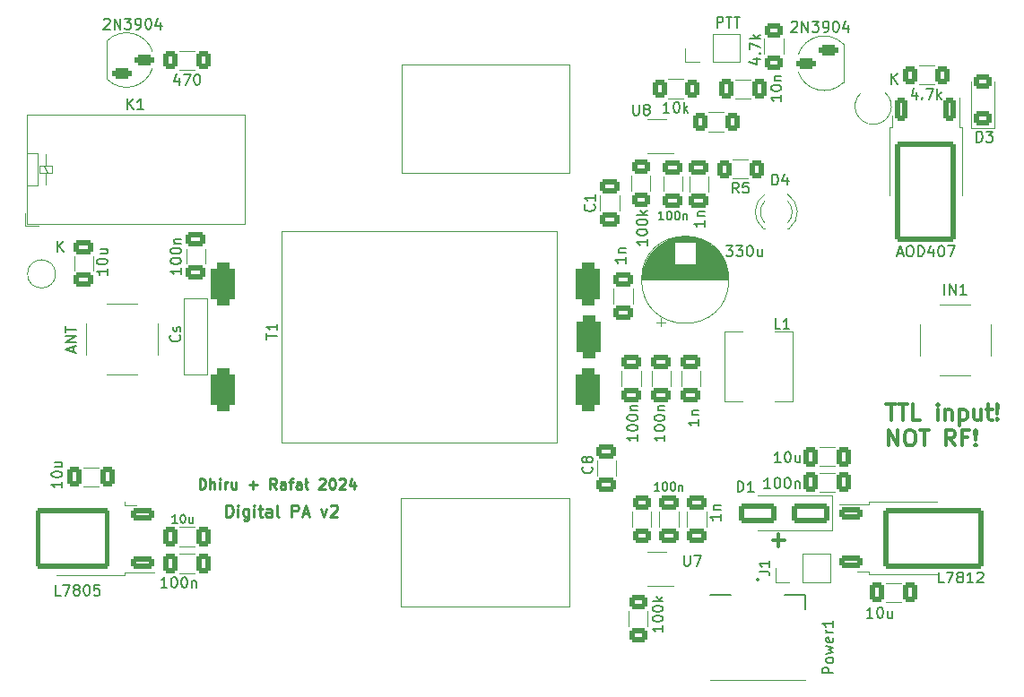
<source format=gbr>
%TF.GenerationSoftware,KiCad,Pcbnew,8.0.0~rc3-9622918c31~176~ubuntu22.04.1*%
%TF.CreationDate,2024-02-20T19:33:40+05:30*%
%TF.ProjectId,digital-amp,64696769-7461-46c2-9d61-6d702e6b6963,rev?*%
%TF.SameCoordinates,Original*%
%TF.FileFunction,Legend,Top*%
%TF.FilePolarity,Positive*%
%FSLAX46Y46*%
G04 Gerber Fmt 4.6, Leading zero omitted, Abs format (unit mm)*
G04 Created by KiCad (PCBNEW 8.0.0~rc3-9622918c31~176~ubuntu22.04.1) date 2024-02-20 19:33:40*
%MOMM*%
%LPD*%
G01*
G04 APERTURE LIST*
G04 Aperture macros list*
%AMRoundRect*
0 Rectangle with rounded corners*
0 $1 Rounding radius*
0 $2 $3 $4 $5 $6 $7 $8 $9 X,Y pos of 4 corners*
0 Add a 4 corners polygon primitive as box body*
4,1,4,$2,$3,$4,$5,$6,$7,$8,$9,$2,$3,0*
0 Add four circle primitives for the rounded corners*
1,1,$1+$1,$2,$3*
1,1,$1+$1,$4,$5*
1,1,$1+$1,$6,$7*
1,1,$1+$1,$8,$9*
0 Add four rect primitives between the rounded corners*
20,1,$1+$1,$2,$3,$4,$5,0*
20,1,$1+$1,$4,$5,$6,$7,0*
20,1,$1+$1,$6,$7,$8,$9,0*
20,1,$1+$1,$8,$9,$2,$3,0*%
G04 Aperture macros list end*
%ADD10C,0.275000*%
%ADD11C,0.300000*%
%ADD12C,0.250000*%
%ADD13C,0.150000*%
%ADD14C,0.120000*%
%ADD15C,0.127000*%
%ADD16C,0.200000*%
%ADD17RoundRect,0.571500X-0.571500X-1.428500X0.571500X-1.428500X0.571500X1.428500X-0.571500X1.428500X0*%
%ADD18R,1.600000X1.600000*%
%ADD19O,1.600000X1.600000*%
%ADD20R,1.400000X1.400000*%
%ADD21C,1.400000*%
%ADD22RoundRect,0.250000X0.625000X-0.400000X0.625000X0.400000X-0.625000X0.400000X-0.625000X-0.400000X0*%
%ADD23R,1.560000X0.650000*%
%ADD24RoundRect,0.250000X0.650000X-0.412500X0.650000X0.412500X-0.650000X0.412500X-0.650000X-0.412500X0*%
%ADD25RoundRect,0.250000X-0.650000X0.412500X-0.650000X-0.412500X0.650000X-0.412500X0.650000X0.412500X0*%
%ADD26C,0.800000*%
%ADD27C,6.400000*%
%ADD28RoundRect,0.250000X0.400000X0.625000X-0.400000X0.625000X-0.400000X-0.625000X0.400000X-0.625000X0*%
%ADD29RoundRect,0.250000X-0.400000X-0.625000X0.400000X-0.625000X0.400000X0.625000X-0.400000X0.625000X0*%
%ADD30RoundRect,0.250000X0.412500X0.650000X-0.412500X0.650000X-0.412500X-0.650000X0.412500X-0.650000X0*%
%ADD31RoundRect,0.250000X1.500000X0.650000X-1.500000X0.650000X-1.500000X-0.650000X1.500000X-0.650000X0*%
%ADD32RoundRect,0.250000X-0.412500X-0.650000X0.412500X-0.650000X0.412500X0.650000X-0.412500X0.650000X0*%
%ADD33C,2.050000*%
%ADD34C,2.250000*%
%ADD35R,1.800000X1.100000*%
%ADD36RoundRect,0.275000X0.625000X-0.275000X0.625000X0.275000X-0.625000X0.275000X-0.625000X-0.275000X0*%
%ADD37RoundRect,0.275000X-0.625000X0.275000X-0.625000X-0.275000X0.625000X-0.275000X0.625000X0.275000X0*%
%ADD38RoundRect,0.250000X0.850000X0.350000X-0.850000X0.350000X-0.850000X-0.350000X0.850000X-0.350000X0*%
%ADD39RoundRect,0.249997X3.260003X2.650003X-3.260003X2.650003X-3.260003X-2.650003X3.260003X-2.650003X0*%
%ADD40RoundRect,0.250000X-0.850000X-0.350000X0.850000X-0.350000X0.850000X0.350000X-0.850000X0.350000X0*%
%ADD41RoundRect,0.249135X-4.485865X-2.640865X4.485865X-2.640865X4.485865X2.640865X-4.485865X2.640865X0*%
%ADD42C,1.600000*%
%ADD43RoundRect,0.250000X0.600000X-0.400000X0.600000X0.400000X-0.600000X0.400000X-0.600000X-0.400000X0*%
%ADD44R,2.400000X3.080000*%
%ADD45R,2.200000X2.200000*%
%ADD46O,2.200000X2.200000*%
%ADD47O,3.500000X3.500000*%
%ADD48R,2.000000X1.905000*%
%ADD49O,2.000000X1.905000*%
%ADD50R,1.700000X1.700000*%
%ADD51O,1.700000X1.700000*%
%ADD52RoundRect,0.250000X-0.350000X0.850000X-0.350000X-0.850000X0.350000X-0.850000X0.350000X0.850000X0*%
%ADD53RoundRect,0.249135X-2.640865X4.485865X-2.640865X-4.485865X2.640865X-4.485865X2.640865X4.485865X0*%
%ADD54R,1.800000X1.800000*%
%ADD55C,1.800000*%
%ADD56O,4.400000X2.200000*%
%ADD57O,4.000000X2.000000*%
%ADD58O,2.000000X4.000000*%
G04 APERTURE END LIST*
D10*
X-11997175Y-40871080D02*
X-11997175Y-39771080D01*
X-11997175Y-39771080D02*
X-11735270Y-39771080D01*
X-11735270Y-39771080D02*
X-11578127Y-39823461D01*
X-11578127Y-39823461D02*
X-11473365Y-39928223D01*
X-11473365Y-39928223D02*
X-11420984Y-40032985D01*
X-11420984Y-40032985D02*
X-11368603Y-40242509D01*
X-11368603Y-40242509D02*
X-11368603Y-40399652D01*
X-11368603Y-40399652D02*
X-11420984Y-40609176D01*
X-11420984Y-40609176D02*
X-11473365Y-40713938D01*
X-11473365Y-40713938D02*
X-11578127Y-40818700D01*
X-11578127Y-40818700D02*
X-11735270Y-40871080D01*
X-11735270Y-40871080D02*
X-11997175Y-40871080D01*
X-10897175Y-40871080D02*
X-10897175Y-40137747D01*
X-10897175Y-39771080D02*
X-10949556Y-39823461D01*
X-10949556Y-39823461D02*
X-10897175Y-39875842D01*
X-10897175Y-39875842D02*
X-10844794Y-39823461D01*
X-10844794Y-39823461D02*
X-10897175Y-39771080D01*
X-10897175Y-39771080D02*
X-10897175Y-39875842D01*
X-9901936Y-40137747D02*
X-9901936Y-41028223D01*
X-9901936Y-41028223D02*
X-9954317Y-41132985D01*
X-9954317Y-41132985D02*
X-10006698Y-41185366D01*
X-10006698Y-41185366D02*
X-10111460Y-41237747D01*
X-10111460Y-41237747D02*
X-10268603Y-41237747D01*
X-10268603Y-41237747D02*
X-10373365Y-41185366D01*
X-9901936Y-40818700D02*
X-10006698Y-40871080D01*
X-10006698Y-40871080D02*
X-10216222Y-40871080D01*
X-10216222Y-40871080D02*
X-10320984Y-40818700D01*
X-10320984Y-40818700D02*
X-10373365Y-40766319D01*
X-10373365Y-40766319D02*
X-10425746Y-40661557D01*
X-10425746Y-40661557D02*
X-10425746Y-40347271D01*
X-10425746Y-40347271D02*
X-10373365Y-40242509D01*
X-10373365Y-40242509D02*
X-10320984Y-40190128D01*
X-10320984Y-40190128D02*
X-10216222Y-40137747D01*
X-10216222Y-40137747D02*
X-10006698Y-40137747D01*
X-10006698Y-40137747D02*
X-9901936Y-40190128D01*
X-9378127Y-40871080D02*
X-9378127Y-40137747D01*
X-9378127Y-39771080D02*
X-9430508Y-39823461D01*
X-9430508Y-39823461D02*
X-9378127Y-39875842D01*
X-9378127Y-39875842D02*
X-9325746Y-39823461D01*
X-9325746Y-39823461D02*
X-9378127Y-39771080D01*
X-9378127Y-39771080D02*
X-9378127Y-39875842D01*
X-9011460Y-40137747D02*
X-8592412Y-40137747D01*
X-8854317Y-39771080D02*
X-8854317Y-40713938D01*
X-8854317Y-40713938D02*
X-8801936Y-40818700D01*
X-8801936Y-40818700D02*
X-8697174Y-40871080D01*
X-8697174Y-40871080D02*
X-8592412Y-40871080D01*
X-7754317Y-40871080D02*
X-7754317Y-40294890D01*
X-7754317Y-40294890D02*
X-7806698Y-40190128D01*
X-7806698Y-40190128D02*
X-7911460Y-40137747D01*
X-7911460Y-40137747D02*
X-8120984Y-40137747D01*
X-8120984Y-40137747D02*
X-8225746Y-40190128D01*
X-7754317Y-40818700D02*
X-7859079Y-40871080D01*
X-7859079Y-40871080D02*
X-8120984Y-40871080D01*
X-8120984Y-40871080D02*
X-8225746Y-40818700D01*
X-8225746Y-40818700D02*
X-8278127Y-40713938D01*
X-8278127Y-40713938D02*
X-8278127Y-40609176D01*
X-8278127Y-40609176D02*
X-8225746Y-40504414D01*
X-8225746Y-40504414D02*
X-8120984Y-40452033D01*
X-8120984Y-40452033D02*
X-7859079Y-40452033D01*
X-7859079Y-40452033D02*
X-7754317Y-40399652D01*
X-7073365Y-40871080D02*
X-7178127Y-40818700D01*
X-7178127Y-40818700D02*
X-7230508Y-40713938D01*
X-7230508Y-40713938D02*
X-7230508Y-39771080D01*
X-5816223Y-40871080D02*
X-5816223Y-39771080D01*
X-5816223Y-39771080D02*
X-5397175Y-39771080D01*
X-5397175Y-39771080D02*
X-5292413Y-39823461D01*
X-5292413Y-39823461D02*
X-5240032Y-39875842D01*
X-5240032Y-39875842D02*
X-5187651Y-39980604D01*
X-5187651Y-39980604D02*
X-5187651Y-40137747D01*
X-5187651Y-40137747D02*
X-5240032Y-40242509D01*
X-5240032Y-40242509D02*
X-5292413Y-40294890D01*
X-5292413Y-40294890D02*
X-5397175Y-40347271D01*
X-5397175Y-40347271D02*
X-5816223Y-40347271D01*
X-4768604Y-40556795D02*
X-4244794Y-40556795D01*
X-4873366Y-40871080D02*
X-4506699Y-39771080D01*
X-4506699Y-39771080D02*
X-4140032Y-40871080D01*
X-3040033Y-40137747D02*
X-2778128Y-40871080D01*
X-2778128Y-40871080D02*
X-2516223Y-40137747D01*
X-2149557Y-39875842D02*
X-2097176Y-39823461D01*
X-2097176Y-39823461D02*
X-1992414Y-39771080D01*
X-1992414Y-39771080D02*
X-1730509Y-39771080D01*
X-1730509Y-39771080D02*
X-1625747Y-39823461D01*
X-1625747Y-39823461D02*
X-1573366Y-39875842D01*
X-1573366Y-39875842D02*
X-1520985Y-39980604D01*
X-1520985Y-39980604D02*
X-1520985Y-40085366D01*
X-1520985Y-40085366D02*
X-1573366Y-40242509D01*
X-1573366Y-40242509D02*
X-2201938Y-40871080D01*
X-2201938Y-40871080D02*
X-1520985Y-40871080D01*
D11*
X50315225Y-30260912D02*
X51172368Y-30260912D01*
X50743796Y-31760912D02*
X50743796Y-30260912D01*
X51458082Y-30260912D02*
X52315225Y-30260912D01*
X51886653Y-31760912D02*
X51886653Y-30260912D01*
X53529510Y-31760912D02*
X52815224Y-31760912D01*
X52815224Y-31760912D02*
X52815224Y-30260912D01*
X55172367Y-31760912D02*
X55172367Y-30760912D01*
X55172367Y-30260912D02*
X55100939Y-30332341D01*
X55100939Y-30332341D02*
X55172367Y-30403769D01*
X55172367Y-30403769D02*
X55243796Y-30332341D01*
X55243796Y-30332341D02*
X55172367Y-30260912D01*
X55172367Y-30260912D02*
X55172367Y-30403769D01*
X55886653Y-30760912D02*
X55886653Y-31760912D01*
X55886653Y-30903769D02*
X55958082Y-30832341D01*
X55958082Y-30832341D02*
X56100939Y-30760912D01*
X56100939Y-30760912D02*
X56315225Y-30760912D01*
X56315225Y-30760912D02*
X56458082Y-30832341D01*
X56458082Y-30832341D02*
X56529511Y-30975198D01*
X56529511Y-30975198D02*
X56529511Y-31760912D01*
X57243796Y-30760912D02*
X57243796Y-32260912D01*
X57243796Y-30832341D02*
X57386654Y-30760912D01*
X57386654Y-30760912D02*
X57672368Y-30760912D01*
X57672368Y-30760912D02*
X57815225Y-30832341D01*
X57815225Y-30832341D02*
X57886654Y-30903769D01*
X57886654Y-30903769D02*
X57958082Y-31046626D01*
X57958082Y-31046626D02*
X57958082Y-31475198D01*
X57958082Y-31475198D02*
X57886654Y-31618055D01*
X57886654Y-31618055D02*
X57815225Y-31689484D01*
X57815225Y-31689484D02*
X57672368Y-31760912D01*
X57672368Y-31760912D02*
X57386654Y-31760912D01*
X57386654Y-31760912D02*
X57243796Y-31689484D01*
X59243797Y-30760912D02*
X59243797Y-31760912D01*
X58600939Y-30760912D02*
X58600939Y-31546626D01*
X58600939Y-31546626D02*
X58672368Y-31689484D01*
X58672368Y-31689484D02*
X58815225Y-31760912D01*
X58815225Y-31760912D02*
X59029511Y-31760912D01*
X59029511Y-31760912D02*
X59172368Y-31689484D01*
X59172368Y-31689484D02*
X59243797Y-31618055D01*
X59743797Y-30760912D02*
X60315225Y-30760912D01*
X59958082Y-30260912D02*
X59958082Y-31546626D01*
X59958082Y-31546626D02*
X60029511Y-31689484D01*
X60029511Y-31689484D02*
X60172368Y-31760912D01*
X60172368Y-31760912D02*
X60315225Y-31760912D01*
X60815225Y-31618055D02*
X60886654Y-31689484D01*
X60886654Y-31689484D02*
X60815225Y-31760912D01*
X60815225Y-31760912D02*
X60743797Y-31689484D01*
X60743797Y-31689484D02*
X60815225Y-31618055D01*
X60815225Y-31618055D02*
X60815225Y-31760912D01*
X60815225Y-31189484D02*
X60743797Y-30332341D01*
X60743797Y-30332341D02*
X60815225Y-30260912D01*
X60815225Y-30260912D02*
X60886654Y-30332341D01*
X60886654Y-30332341D02*
X60815225Y-31189484D01*
X60815225Y-31189484D02*
X60815225Y-30260912D01*
X50529510Y-34175828D02*
X50529510Y-32675828D01*
X50529510Y-32675828D02*
X51386653Y-34175828D01*
X51386653Y-34175828D02*
X51386653Y-32675828D01*
X52386654Y-32675828D02*
X52672368Y-32675828D01*
X52672368Y-32675828D02*
X52815225Y-32747257D01*
X52815225Y-32747257D02*
X52958082Y-32890114D01*
X52958082Y-32890114D02*
X53029511Y-33175828D01*
X53029511Y-33175828D02*
X53029511Y-33675828D01*
X53029511Y-33675828D02*
X52958082Y-33961542D01*
X52958082Y-33961542D02*
X52815225Y-34104400D01*
X52815225Y-34104400D02*
X52672368Y-34175828D01*
X52672368Y-34175828D02*
X52386654Y-34175828D01*
X52386654Y-34175828D02*
X52243797Y-34104400D01*
X52243797Y-34104400D02*
X52100939Y-33961542D01*
X52100939Y-33961542D02*
X52029511Y-33675828D01*
X52029511Y-33675828D02*
X52029511Y-33175828D01*
X52029511Y-33175828D02*
X52100939Y-32890114D01*
X52100939Y-32890114D02*
X52243797Y-32747257D01*
X52243797Y-32747257D02*
X52386654Y-32675828D01*
X53458083Y-32675828D02*
X54315226Y-32675828D01*
X53886654Y-34175828D02*
X53886654Y-32675828D01*
X56815225Y-34175828D02*
X56315225Y-33461542D01*
X55958082Y-34175828D02*
X55958082Y-32675828D01*
X55958082Y-32675828D02*
X56529511Y-32675828D01*
X56529511Y-32675828D02*
X56672368Y-32747257D01*
X56672368Y-32747257D02*
X56743797Y-32818685D01*
X56743797Y-32818685D02*
X56815225Y-32961542D01*
X56815225Y-32961542D02*
X56815225Y-33175828D01*
X56815225Y-33175828D02*
X56743797Y-33318685D01*
X56743797Y-33318685D02*
X56672368Y-33390114D01*
X56672368Y-33390114D02*
X56529511Y-33461542D01*
X56529511Y-33461542D02*
X55958082Y-33461542D01*
X57958082Y-33390114D02*
X57458082Y-33390114D01*
X57458082Y-34175828D02*
X57458082Y-32675828D01*
X57458082Y-32675828D02*
X58172368Y-32675828D01*
X58743796Y-34032971D02*
X58815225Y-34104400D01*
X58815225Y-34104400D02*
X58743796Y-34175828D01*
X58743796Y-34175828D02*
X58672368Y-34104400D01*
X58672368Y-34104400D02*
X58743796Y-34032971D01*
X58743796Y-34032971D02*
X58743796Y-34175828D01*
X58743796Y-33604400D02*
X58672368Y-32747257D01*
X58672368Y-32747257D02*
X58743796Y-32675828D01*
X58743796Y-32675828D02*
X58815225Y-32747257D01*
X58815225Y-32747257D02*
X58743796Y-33604400D01*
X58743796Y-33604400D02*
X58743796Y-32675828D01*
X40725489Y-43099400D02*
X39582632Y-43099400D01*
X40154060Y-43670828D02*
X40154060Y-42527971D01*
D12*
X-14527432Y-38284619D02*
X-14527432Y-37284619D01*
X-14527432Y-37284619D02*
X-14289337Y-37284619D01*
X-14289337Y-37284619D02*
X-14146480Y-37332238D01*
X-14146480Y-37332238D02*
X-14051242Y-37427476D01*
X-14051242Y-37427476D02*
X-14003623Y-37522714D01*
X-14003623Y-37522714D02*
X-13956004Y-37713190D01*
X-13956004Y-37713190D02*
X-13956004Y-37856047D01*
X-13956004Y-37856047D02*
X-14003623Y-38046523D01*
X-14003623Y-38046523D02*
X-14051242Y-38141761D01*
X-14051242Y-38141761D02*
X-14146480Y-38237000D01*
X-14146480Y-38237000D02*
X-14289337Y-38284619D01*
X-14289337Y-38284619D02*
X-14527432Y-38284619D01*
X-13527432Y-38284619D02*
X-13527432Y-37284619D01*
X-13098861Y-38284619D02*
X-13098861Y-37760809D01*
X-13098861Y-37760809D02*
X-13146480Y-37665571D01*
X-13146480Y-37665571D02*
X-13241718Y-37617952D01*
X-13241718Y-37617952D02*
X-13384575Y-37617952D01*
X-13384575Y-37617952D02*
X-13479813Y-37665571D01*
X-13479813Y-37665571D02*
X-13527432Y-37713190D01*
X-12622670Y-38284619D02*
X-12622670Y-37617952D01*
X-12622670Y-37284619D02*
X-12670289Y-37332238D01*
X-12670289Y-37332238D02*
X-12622670Y-37379857D01*
X-12622670Y-37379857D02*
X-12575051Y-37332238D01*
X-12575051Y-37332238D02*
X-12622670Y-37284619D01*
X-12622670Y-37284619D02*
X-12622670Y-37379857D01*
X-12146480Y-38284619D02*
X-12146480Y-37617952D01*
X-12146480Y-37808428D02*
X-12098861Y-37713190D01*
X-12098861Y-37713190D02*
X-12051242Y-37665571D01*
X-12051242Y-37665571D02*
X-11956004Y-37617952D01*
X-11956004Y-37617952D02*
X-11860766Y-37617952D01*
X-11098861Y-37617952D02*
X-11098861Y-38284619D01*
X-11527432Y-37617952D02*
X-11527432Y-38141761D01*
X-11527432Y-38141761D02*
X-11479813Y-38237000D01*
X-11479813Y-38237000D02*
X-11384575Y-38284619D01*
X-11384575Y-38284619D02*
X-11241718Y-38284619D01*
X-11241718Y-38284619D02*
X-11146480Y-38237000D01*
X-11146480Y-38237000D02*
X-11098861Y-38189380D01*
X-9860765Y-37903666D02*
X-9098860Y-37903666D01*
X-9479813Y-38284619D02*
X-9479813Y-37522714D01*
X-7289337Y-38284619D02*
X-7622670Y-37808428D01*
X-7860765Y-38284619D02*
X-7860765Y-37284619D01*
X-7860765Y-37284619D02*
X-7479813Y-37284619D01*
X-7479813Y-37284619D02*
X-7384575Y-37332238D01*
X-7384575Y-37332238D02*
X-7336956Y-37379857D01*
X-7336956Y-37379857D02*
X-7289337Y-37475095D01*
X-7289337Y-37475095D02*
X-7289337Y-37617952D01*
X-7289337Y-37617952D02*
X-7336956Y-37713190D01*
X-7336956Y-37713190D02*
X-7384575Y-37760809D01*
X-7384575Y-37760809D02*
X-7479813Y-37808428D01*
X-7479813Y-37808428D02*
X-7860765Y-37808428D01*
X-6432194Y-38284619D02*
X-6432194Y-37760809D01*
X-6432194Y-37760809D02*
X-6479813Y-37665571D01*
X-6479813Y-37665571D02*
X-6575051Y-37617952D01*
X-6575051Y-37617952D02*
X-6765527Y-37617952D01*
X-6765527Y-37617952D02*
X-6860765Y-37665571D01*
X-6432194Y-38237000D02*
X-6527432Y-38284619D01*
X-6527432Y-38284619D02*
X-6765527Y-38284619D01*
X-6765527Y-38284619D02*
X-6860765Y-38237000D01*
X-6860765Y-38237000D02*
X-6908384Y-38141761D01*
X-6908384Y-38141761D02*
X-6908384Y-38046523D01*
X-6908384Y-38046523D02*
X-6860765Y-37951285D01*
X-6860765Y-37951285D02*
X-6765527Y-37903666D01*
X-6765527Y-37903666D02*
X-6527432Y-37903666D01*
X-6527432Y-37903666D02*
X-6432194Y-37856047D01*
X-6098860Y-37617952D02*
X-5717908Y-37617952D01*
X-5956003Y-38284619D02*
X-5956003Y-37427476D01*
X-5956003Y-37427476D02*
X-5908384Y-37332238D01*
X-5908384Y-37332238D02*
X-5813146Y-37284619D01*
X-5813146Y-37284619D02*
X-5717908Y-37284619D01*
X-4956003Y-38284619D02*
X-4956003Y-37760809D01*
X-4956003Y-37760809D02*
X-5003622Y-37665571D01*
X-5003622Y-37665571D02*
X-5098860Y-37617952D01*
X-5098860Y-37617952D02*
X-5289336Y-37617952D01*
X-5289336Y-37617952D02*
X-5384574Y-37665571D01*
X-4956003Y-38237000D02*
X-5051241Y-38284619D01*
X-5051241Y-38284619D02*
X-5289336Y-38284619D01*
X-5289336Y-38284619D02*
X-5384574Y-38237000D01*
X-5384574Y-38237000D02*
X-5432193Y-38141761D01*
X-5432193Y-38141761D02*
X-5432193Y-38046523D01*
X-5432193Y-38046523D02*
X-5384574Y-37951285D01*
X-5384574Y-37951285D02*
X-5289336Y-37903666D01*
X-5289336Y-37903666D02*
X-5051241Y-37903666D01*
X-5051241Y-37903666D02*
X-4956003Y-37856047D01*
X-4336955Y-38284619D02*
X-4432193Y-38237000D01*
X-4432193Y-38237000D02*
X-4479812Y-38141761D01*
X-4479812Y-38141761D02*
X-4479812Y-37284619D01*
X-4622669Y-37808428D02*
X-4336955Y-37617952D01*
X-3241716Y-37379857D02*
X-3194097Y-37332238D01*
X-3194097Y-37332238D02*
X-3098859Y-37284619D01*
X-3098859Y-37284619D02*
X-2860764Y-37284619D01*
X-2860764Y-37284619D02*
X-2765526Y-37332238D01*
X-2765526Y-37332238D02*
X-2717907Y-37379857D01*
X-2717907Y-37379857D02*
X-2670288Y-37475095D01*
X-2670288Y-37475095D02*
X-2670288Y-37570333D01*
X-2670288Y-37570333D02*
X-2717907Y-37713190D01*
X-2717907Y-37713190D02*
X-3289335Y-38284619D01*
X-3289335Y-38284619D02*
X-2670288Y-38284619D01*
X-2051240Y-37284619D02*
X-1956002Y-37284619D01*
X-1956002Y-37284619D02*
X-1860764Y-37332238D01*
X-1860764Y-37332238D02*
X-1813145Y-37379857D01*
X-1813145Y-37379857D02*
X-1765526Y-37475095D01*
X-1765526Y-37475095D02*
X-1717907Y-37665571D01*
X-1717907Y-37665571D02*
X-1717907Y-37903666D01*
X-1717907Y-37903666D02*
X-1765526Y-38094142D01*
X-1765526Y-38094142D02*
X-1813145Y-38189380D01*
X-1813145Y-38189380D02*
X-1860764Y-38237000D01*
X-1860764Y-38237000D02*
X-1956002Y-38284619D01*
X-1956002Y-38284619D02*
X-2051240Y-38284619D01*
X-2051240Y-38284619D02*
X-2146478Y-38237000D01*
X-2146478Y-38237000D02*
X-2194097Y-38189380D01*
X-2194097Y-38189380D02*
X-2241716Y-38094142D01*
X-2241716Y-38094142D02*
X-2289335Y-37903666D01*
X-2289335Y-37903666D02*
X-2289335Y-37665571D01*
X-2289335Y-37665571D02*
X-2241716Y-37475095D01*
X-2241716Y-37475095D02*
X-2194097Y-37379857D01*
X-2194097Y-37379857D02*
X-2146478Y-37332238D01*
X-2146478Y-37332238D02*
X-2051240Y-37284619D01*
X-1336954Y-37379857D02*
X-1289335Y-37332238D01*
X-1289335Y-37332238D02*
X-1194097Y-37284619D01*
X-1194097Y-37284619D02*
X-956002Y-37284619D01*
X-956002Y-37284619D02*
X-860764Y-37332238D01*
X-860764Y-37332238D02*
X-813145Y-37379857D01*
X-813145Y-37379857D02*
X-765526Y-37475095D01*
X-765526Y-37475095D02*
X-765526Y-37570333D01*
X-765526Y-37570333D02*
X-813145Y-37713190D01*
X-813145Y-37713190D02*
X-1384573Y-38284619D01*
X-1384573Y-38284619D02*
X-765526Y-38284619D01*
X91617Y-37617952D02*
X91617Y-38284619D01*
X-146478Y-37237000D02*
X-384573Y-37951285D01*
X-384573Y-37951285D02*
X234474Y-37951285D01*
D13*
X-8185181Y-24111904D02*
X-8185181Y-23540476D01*
X-7185181Y-23826190D02*
X-8185181Y-23826190D01*
X-7185181Y-22683333D02*
X-7185181Y-23254761D01*
X-7185181Y-22969047D02*
X-8185181Y-22969047D01*
X-8185181Y-22969047D02*
X-8042324Y-23064285D01*
X-8042324Y-23064285D02*
X-7947086Y-23159523D01*
X-7947086Y-23159523D02*
X-7899467Y-23254761D01*
X-27971905Y-15864819D02*
X-27971905Y-14864819D01*
X-27400477Y-15864819D02*
X-27829048Y-15293390D01*
X-27400477Y-14864819D02*
X-27971905Y-15436247D01*
X-21358095Y-2414819D02*
X-21358095Y-1414819D01*
X-20786667Y-2414819D02*
X-21215238Y-1843390D01*
X-20786667Y-1414819D02*
X-21358095Y-1986247D01*
X-19834286Y-2414819D02*
X-20405714Y-2414819D01*
X-20120000Y-2414819D02*
X-20120000Y-1414819D01*
X-20120000Y-1414819D02*
X-20215238Y-1557676D01*
X-20215238Y-1557676D02*
X-20310476Y-1652914D01*
X-20310476Y-1652914D02*
X-20405714Y-1700533D01*
X27754819Y-14671428D02*
X27754819Y-15242856D01*
X27754819Y-14957142D02*
X26754819Y-14957142D01*
X26754819Y-14957142D02*
X26897676Y-15052380D01*
X26897676Y-15052380D02*
X26992914Y-15147618D01*
X26992914Y-15147618D02*
X27040533Y-15242856D01*
X26754819Y-14052380D02*
X26754819Y-13957142D01*
X26754819Y-13957142D02*
X26802438Y-13861904D01*
X26802438Y-13861904D02*
X26850057Y-13814285D01*
X26850057Y-13814285D02*
X26945295Y-13766666D01*
X26945295Y-13766666D02*
X27135771Y-13719047D01*
X27135771Y-13719047D02*
X27373866Y-13719047D01*
X27373866Y-13719047D02*
X27564342Y-13766666D01*
X27564342Y-13766666D02*
X27659580Y-13814285D01*
X27659580Y-13814285D02*
X27707200Y-13861904D01*
X27707200Y-13861904D02*
X27754819Y-13957142D01*
X27754819Y-13957142D02*
X27754819Y-14052380D01*
X27754819Y-14052380D02*
X27707200Y-14147618D01*
X27707200Y-14147618D02*
X27659580Y-14195237D01*
X27659580Y-14195237D02*
X27564342Y-14242856D01*
X27564342Y-14242856D02*
X27373866Y-14290475D01*
X27373866Y-14290475D02*
X27135771Y-14290475D01*
X27135771Y-14290475D02*
X26945295Y-14242856D01*
X26945295Y-14242856D02*
X26850057Y-14195237D01*
X26850057Y-14195237D02*
X26802438Y-14147618D01*
X26802438Y-14147618D02*
X26754819Y-14052380D01*
X26754819Y-13099999D02*
X26754819Y-13004761D01*
X26754819Y-13004761D02*
X26802438Y-12909523D01*
X26802438Y-12909523D02*
X26850057Y-12861904D01*
X26850057Y-12861904D02*
X26945295Y-12814285D01*
X26945295Y-12814285D02*
X27135771Y-12766666D01*
X27135771Y-12766666D02*
X27373866Y-12766666D01*
X27373866Y-12766666D02*
X27564342Y-12814285D01*
X27564342Y-12814285D02*
X27659580Y-12861904D01*
X27659580Y-12861904D02*
X27707200Y-12909523D01*
X27707200Y-12909523D02*
X27754819Y-13004761D01*
X27754819Y-13004761D02*
X27754819Y-13099999D01*
X27754819Y-13099999D02*
X27707200Y-13195237D01*
X27707200Y-13195237D02*
X27659580Y-13242856D01*
X27659580Y-13242856D02*
X27564342Y-13290475D01*
X27564342Y-13290475D02*
X27373866Y-13338094D01*
X27373866Y-13338094D02*
X27135771Y-13338094D01*
X27135771Y-13338094D02*
X26945295Y-13290475D01*
X26945295Y-13290475D02*
X26850057Y-13242856D01*
X26850057Y-13242856D02*
X26802438Y-13195237D01*
X26802438Y-13195237D02*
X26754819Y-13099999D01*
X27754819Y-12338094D02*
X26754819Y-12338094D01*
X27373866Y-12242856D02*
X27754819Y-11957142D01*
X27088152Y-11957142D02*
X27469104Y-12338094D01*
X26398095Y-1944819D02*
X26398095Y-2754342D01*
X26398095Y-2754342D02*
X26445714Y-2849580D01*
X26445714Y-2849580D02*
X26493333Y-2897200D01*
X26493333Y-2897200D02*
X26588571Y-2944819D01*
X26588571Y-2944819D02*
X26779047Y-2944819D01*
X26779047Y-2944819D02*
X26874285Y-2897200D01*
X26874285Y-2897200D02*
X26921904Y-2849580D01*
X26921904Y-2849580D02*
X26969523Y-2754342D01*
X26969523Y-2754342D02*
X26969523Y-1944819D01*
X27588571Y-2373390D02*
X27493333Y-2325771D01*
X27493333Y-2325771D02*
X27445714Y-2278152D01*
X27445714Y-2278152D02*
X27398095Y-2182914D01*
X27398095Y-2182914D02*
X27398095Y-2135295D01*
X27398095Y-2135295D02*
X27445714Y-2040057D01*
X27445714Y-2040057D02*
X27493333Y-1992438D01*
X27493333Y-1992438D02*
X27588571Y-1944819D01*
X27588571Y-1944819D02*
X27779047Y-1944819D01*
X27779047Y-1944819D02*
X27874285Y-1992438D01*
X27874285Y-1992438D02*
X27921904Y-2040057D01*
X27921904Y-2040057D02*
X27969523Y-2135295D01*
X27969523Y-2135295D02*
X27969523Y-2182914D01*
X27969523Y-2182914D02*
X27921904Y-2278152D01*
X27921904Y-2278152D02*
X27874285Y-2325771D01*
X27874285Y-2325771D02*
X27779047Y-2373390D01*
X27779047Y-2373390D02*
X27588571Y-2373390D01*
X27588571Y-2373390D02*
X27493333Y-2421009D01*
X27493333Y-2421009D02*
X27445714Y-2468628D01*
X27445714Y-2468628D02*
X27398095Y-2563866D01*
X27398095Y-2563866D02*
X27398095Y-2754342D01*
X27398095Y-2754342D02*
X27445714Y-2849580D01*
X27445714Y-2849580D02*
X27493333Y-2897200D01*
X27493333Y-2897200D02*
X27588571Y-2944819D01*
X27588571Y-2944819D02*
X27779047Y-2944819D01*
X27779047Y-2944819D02*
X27874285Y-2897200D01*
X27874285Y-2897200D02*
X27921904Y-2849580D01*
X27921904Y-2849580D02*
X27969523Y-2754342D01*
X27969523Y-2754342D02*
X27969523Y-2563866D01*
X27969523Y-2563866D02*
X27921904Y-2468628D01*
X27921904Y-2468628D02*
X27874285Y-2421009D01*
X27874285Y-2421009D02*
X27779047Y-2373390D01*
X22709580Y-11404166D02*
X22757200Y-11451785D01*
X22757200Y-11451785D02*
X22804819Y-11594642D01*
X22804819Y-11594642D02*
X22804819Y-11689880D01*
X22804819Y-11689880D02*
X22757200Y-11832737D01*
X22757200Y-11832737D02*
X22661961Y-11927975D01*
X22661961Y-11927975D02*
X22566723Y-11975594D01*
X22566723Y-11975594D02*
X22376247Y-12023213D01*
X22376247Y-12023213D02*
X22233390Y-12023213D01*
X22233390Y-12023213D02*
X22042914Y-11975594D01*
X22042914Y-11975594D02*
X21947676Y-11927975D01*
X21947676Y-11927975D02*
X21852438Y-11832737D01*
X21852438Y-11832737D02*
X21804819Y-11689880D01*
X21804819Y-11689880D02*
X21804819Y-11594642D01*
X21804819Y-11594642D02*
X21852438Y-11451785D01*
X21852438Y-11451785D02*
X21900057Y-11404166D01*
X22804819Y-10451785D02*
X22804819Y-11023213D01*
X22804819Y-10737499D02*
X21804819Y-10737499D01*
X21804819Y-10737499D02*
X21947676Y-10832737D01*
X21947676Y-10832737D02*
X22042914Y-10927975D01*
X22042914Y-10927975D02*
X22090533Y-11023213D01*
X22484580Y-36166666D02*
X22532200Y-36214285D01*
X22532200Y-36214285D02*
X22579819Y-36357142D01*
X22579819Y-36357142D02*
X22579819Y-36452380D01*
X22579819Y-36452380D02*
X22532200Y-36595237D01*
X22532200Y-36595237D02*
X22436961Y-36690475D01*
X22436961Y-36690475D02*
X22341723Y-36738094D01*
X22341723Y-36738094D02*
X22151247Y-36785713D01*
X22151247Y-36785713D02*
X22008390Y-36785713D01*
X22008390Y-36785713D02*
X21817914Y-36738094D01*
X21817914Y-36738094D02*
X21722676Y-36690475D01*
X21722676Y-36690475D02*
X21627438Y-36595237D01*
X21627438Y-36595237D02*
X21579819Y-36452380D01*
X21579819Y-36452380D02*
X21579819Y-36357142D01*
X21579819Y-36357142D02*
X21627438Y-36214285D01*
X21627438Y-36214285D02*
X21675057Y-36166666D01*
X22008390Y-35595237D02*
X21960771Y-35690475D01*
X21960771Y-35690475D02*
X21913152Y-35738094D01*
X21913152Y-35738094D02*
X21817914Y-35785713D01*
X21817914Y-35785713D02*
X21770295Y-35785713D01*
X21770295Y-35785713D02*
X21675057Y-35738094D01*
X21675057Y-35738094D02*
X21627438Y-35690475D01*
X21627438Y-35690475D02*
X21579819Y-35595237D01*
X21579819Y-35595237D02*
X21579819Y-35404761D01*
X21579819Y-35404761D02*
X21627438Y-35309523D01*
X21627438Y-35309523D02*
X21675057Y-35261904D01*
X21675057Y-35261904D02*
X21770295Y-35214285D01*
X21770295Y-35214285D02*
X21817914Y-35214285D01*
X21817914Y-35214285D02*
X21913152Y-35261904D01*
X21913152Y-35261904D02*
X21960771Y-35309523D01*
X21960771Y-35309523D02*
X22008390Y-35404761D01*
X22008390Y-35404761D02*
X22008390Y-35595237D01*
X22008390Y-35595237D02*
X22056009Y-35690475D01*
X22056009Y-35690475D02*
X22103628Y-35738094D01*
X22103628Y-35738094D02*
X22198866Y-35785713D01*
X22198866Y-35785713D02*
X22389342Y-35785713D01*
X22389342Y-35785713D02*
X22484580Y-35738094D01*
X22484580Y-35738094D02*
X22532200Y-35690475D01*
X22532200Y-35690475D02*
X22579819Y-35595237D01*
X22579819Y-35595237D02*
X22579819Y-35404761D01*
X22579819Y-35404761D02*
X22532200Y-35309523D01*
X22532200Y-35309523D02*
X22484580Y-35261904D01*
X22484580Y-35261904D02*
X22389342Y-35214285D01*
X22389342Y-35214285D02*
X22198866Y-35214285D01*
X22198866Y-35214285D02*
X22103628Y-35261904D01*
X22103628Y-35261904D02*
X22056009Y-35309523D01*
X22056009Y-35309523D02*
X22008390Y-35404761D01*
X36383333Y-10299819D02*
X36050000Y-9823628D01*
X35811905Y-10299819D02*
X35811905Y-9299819D01*
X35811905Y-9299819D02*
X36192857Y-9299819D01*
X36192857Y-9299819D02*
X36288095Y-9347438D01*
X36288095Y-9347438D02*
X36335714Y-9395057D01*
X36335714Y-9395057D02*
X36383333Y-9490295D01*
X36383333Y-9490295D02*
X36383333Y-9633152D01*
X36383333Y-9633152D02*
X36335714Y-9728390D01*
X36335714Y-9728390D02*
X36288095Y-9776009D01*
X36288095Y-9776009D02*
X36192857Y-9823628D01*
X36192857Y-9823628D02*
X35811905Y-9823628D01*
X37288095Y-9299819D02*
X36811905Y-9299819D01*
X36811905Y-9299819D02*
X36764286Y-9776009D01*
X36764286Y-9776009D02*
X36811905Y-9728390D01*
X36811905Y-9728390D02*
X36907143Y-9680771D01*
X36907143Y-9680771D02*
X37145238Y-9680771D01*
X37145238Y-9680771D02*
X37240476Y-9728390D01*
X37240476Y-9728390D02*
X37288095Y-9776009D01*
X37288095Y-9776009D02*
X37335714Y-9871247D01*
X37335714Y-9871247D02*
X37335714Y-10109342D01*
X37335714Y-10109342D02*
X37288095Y-10204580D01*
X37288095Y-10204580D02*
X37240476Y-10252200D01*
X37240476Y-10252200D02*
X37145238Y-10299819D01*
X37145238Y-10299819D02*
X36907143Y-10299819D01*
X36907143Y-10299819D02*
X36811905Y-10252200D01*
X36811905Y-10252200D02*
X36764286Y-10204580D01*
X31208095Y-44534819D02*
X31208095Y-45344342D01*
X31208095Y-45344342D02*
X31255714Y-45439580D01*
X31255714Y-45439580D02*
X31303333Y-45487200D01*
X31303333Y-45487200D02*
X31398571Y-45534819D01*
X31398571Y-45534819D02*
X31589047Y-45534819D01*
X31589047Y-45534819D02*
X31684285Y-45487200D01*
X31684285Y-45487200D02*
X31731904Y-45439580D01*
X31731904Y-45439580D02*
X31779523Y-45344342D01*
X31779523Y-45344342D02*
X31779523Y-44534819D01*
X32160476Y-44534819D02*
X32827142Y-44534819D01*
X32827142Y-44534819D02*
X32398571Y-45534819D01*
X53171428Y-758152D02*
X53171428Y-1424819D01*
X52933333Y-377200D02*
X52695238Y-1091485D01*
X52695238Y-1091485D02*
X53314285Y-1091485D01*
X53695238Y-1329580D02*
X53742857Y-1377200D01*
X53742857Y-1377200D02*
X53695238Y-1424819D01*
X53695238Y-1424819D02*
X53647619Y-1377200D01*
X53647619Y-1377200D02*
X53695238Y-1329580D01*
X53695238Y-1329580D02*
X53695238Y-1424819D01*
X54076190Y-424819D02*
X54742856Y-424819D01*
X54742856Y-424819D02*
X54314285Y-1424819D01*
X55123809Y-1424819D02*
X55123809Y-424819D01*
X55219047Y-1043866D02*
X55504761Y-1424819D01*
X55504761Y-758152D02*
X55123809Y-1139104D01*
X40333142Y-35746819D02*
X39761714Y-35746819D01*
X40047428Y-35746819D02*
X40047428Y-34746819D01*
X40047428Y-34746819D02*
X39952190Y-34889676D01*
X39952190Y-34889676D02*
X39856952Y-34984914D01*
X39856952Y-34984914D02*
X39761714Y-35032533D01*
X40952190Y-34746819D02*
X41047428Y-34746819D01*
X41047428Y-34746819D02*
X41142666Y-34794438D01*
X41142666Y-34794438D02*
X41190285Y-34842057D01*
X41190285Y-34842057D02*
X41237904Y-34937295D01*
X41237904Y-34937295D02*
X41285523Y-35127771D01*
X41285523Y-35127771D02*
X41285523Y-35365866D01*
X41285523Y-35365866D02*
X41237904Y-35556342D01*
X41237904Y-35556342D02*
X41190285Y-35651580D01*
X41190285Y-35651580D02*
X41142666Y-35699200D01*
X41142666Y-35699200D02*
X41047428Y-35746819D01*
X41047428Y-35746819D02*
X40952190Y-35746819D01*
X40952190Y-35746819D02*
X40856952Y-35699200D01*
X40856952Y-35699200D02*
X40809333Y-35651580D01*
X40809333Y-35651580D02*
X40761714Y-35556342D01*
X40761714Y-35556342D02*
X40714095Y-35365866D01*
X40714095Y-35365866D02*
X40714095Y-35127771D01*
X40714095Y-35127771D02*
X40761714Y-34937295D01*
X40761714Y-34937295D02*
X40809333Y-34842057D01*
X40809333Y-34842057D02*
X40856952Y-34794438D01*
X40856952Y-34794438D02*
X40952190Y-34746819D01*
X42142666Y-35080152D02*
X42142666Y-35746819D01*
X41714095Y-35080152D02*
X41714095Y-35603961D01*
X41714095Y-35603961D02*
X41761714Y-35699200D01*
X41761714Y-35699200D02*
X41856952Y-35746819D01*
X41856952Y-35746819D02*
X41999809Y-35746819D01*
X41999809Y-35746819D02*
X42095047Y-35699200D01*
X42095047Y-35699200D02*
X42142666Y-35651580D01*
X39355952Y-38204819D02*
X38784524Y-38204819D01*
X39070238Y-38204819D02*
X39070238Y-37204819D01*
X39070238Y-37204819D02*
X38975000Y-37347676D01*
X38975000Y-37347676D02*
X38879762Y-37442914D01*
X38879762Y-37442914D02*
X38784524Y-37490533D01*
X39975000Y-37204819D02*
X40070238Y-37204819D01*
X40070238Y-37204819D02*
X40165476Y-37252438D01*
X40165476Y-37252438D02*
X40213095Y-37300057D01*
X40213095Y-37300057D02*
X40260714Y-37395295D01*
X40260714Y-37395295D02*
X40308333Y-37585771D01*
X40308333Y-37585771D02*
X40308333Y-37823866D01*
X40308333Y-37823866D02*
X40260714Y-38014342D01*
X40260714Y-38014342D02*
X40213095Y-38109580D01*
X40213095Y-38109580D02*
X40165476Y-38157200D01*
X40165476Y-38157200D02*
X40070238Y-38204819D01*
X40070238Y-38204819D02*
X39975000Y-38204819D01*
X39975000Y-38204819D02*
X39879762Y-38157200D01*
X39879762Y-38157200D02*
X39832143Y-38109580D01*
X39832143Y-38109580D02*
X39784524Y-38014342D01*
X39784524Y-38014342D02*
X39736905Y-37823866D01*
X39736905Y-37823866D02*
X39736905Y-37585771D01*
X39736905Y-37585771D02*
X39784524Y-37395295D01*
X39784524Y-37395295D02*
X39832143Y-37300057D01*
X39832143Y-37300057D02*
X39879762Y-37252438D01*
X39879762Y-37252438D02*
X39975000Y-37204819D01*
X40927381Y-37204819D02*
X41022619Y-37204819D01*
X41022619Y-37204819D02*
X41117857Y-37252438D01*
X41117857Y-37252438D02*
X41165476Y-37300057D01*
X41165476Y-37300057D02*
X41213095Y-37395295D01*
X41213095Y-37395295D02*
X41260714Y-37585771D01*
X41260714Y-37585771D02*
X41260714Y-37823866D01*
X41260714Y-37823866D02*
X41213095Y-38014342D01*
X41213095Y-38014342D02*
X41165476Y-38109580D01*
X41165476Y-38109580D02*
X41117857Y-38157200D01*
X41117857Y-38157200D02*
X41022619Y-38204819D01*
X41022619Y-38204819D02*
X40927381Y-38204819D01*
X40927381Y-38204819D02*
X40832143Y-38157200D01*
X40832143Y-38157200D02*
X40784524Y-38109580D01*
X40784524Y-38109580D02*
X40736905Y-38014342D01*
X40736905Y-38014342D02*
X40689286Y-37823866D01*
X40689286Y-37823866D02*
X40689286Y-37585771D01*
X40689286Y-37585771D02*
X40736905Y-37395295D01*
X40736905Y-37395295D02*
X40784524Y-37300057D01*
X40784524Y-37300057D02*
X40832143Y-37252438D01*
X40832143Y-37252438D02*
X40927381Y-37204819D01*
X41689286Y-37538152D02*
X41689286Y-38204819D01*
X41689286Y-37633390D02*
X41736905Y-37585771D01*
X41736905Y-37585771D02*
X41832143Y-37538152D01*
X41832143Y-37538152D02*
X41975000Y-37538152D01*
X41975000Y-37538152D02*
X42070238Y-37585771D01*
X42070238Y-37585771D02*
X42117857Y-37681009D01*
X42117857Y-37681009D02*
X42117857Y-38204819D01*
X36271905Y-38544819D02*
X36271905Y-37544819D01*
X36271905Y-37544819D02*
X36510000Y-37544819D01*
X36510000Y-37544819D02*
X36652857Y-37592438D01*
X36652857Y-37592438D02*
X36748095Y-37687676D01*
X36748095Y-37687676D02*
X36795714Y-37782914D01*
X36795714Y-37782914D02*
X36843333Y-37973390D01*
X36843333Y-37973390D02*
X36843333Y-38116247D01*
X36843333Y-38116247D02*
X36795714Y-38306723D01*
X36795714Y-38306723D02*
X36748095Y-38401961D01*
X36748095Y-38401961D02*
X36652857Y-38497200D01*
X36652857Y-38497200D02*
X36510000Y-38544819D01*
X36510000Y-38544819D02*
X36271905Y-38544819D01*
X37795714Y-38544819D02*
X37224286Y-38544819D01*
X37510000Y-38544819D02*
X37510000Y-37544819D01*
X37510000Y-37544819D02*
X37414762Y-37687676D01*
X37414762Y-37687676D02*
X37319524Y-37782914D01*
X37319524Y-37782914D02*
X37224286Y-37830533D01*
X-17599048Y-47594819D02*
X-18170476Y-47594819D01*
X-17884762Y-47594819D02*
X-17884762Y-46594819D01*
X-17884762Y-46594819D02*
X-17980000Y-46737676D01*
X-17980000Y-46737676D02*
X-18075238Y-46832914D01*
X-18075238Y-46832914D02*
X-18170476Y-46880533D01*
X-16980000Y-46594819D02*
X-16884762Y-46594819D01*
X-16884762Y-46594819D02*
X-16789524Y-46642438D01*
X-16789524Y-46642438D02*
X-16741905Y-46690057D01*
X-16741905Y-46690057D02*
X-16694286Y-46785295D01*
X-16694286Y-46785295D02*
X-16646667Y-46975771D01*
X-16646667Y-46975771D02*
X-16646667Y-47213866D01*
X-16646667Y-47213866D02*
X-16694286Y-47404342D01*
X-16694286Y-47404342D02*
X-16741905Y-47499580D01*
X-16741905Y-47499580D02*
X-16789524Y-47547200D01*
X-16789524Y-47547200D02*
X-16884762Y-47594819D01*
X-16884762Y-47594819D02*
X-16980000Y-47594819D01*
X-16980000Y-47594819D02*
X-17075238Y-47547200D01*
X-17075238Y-47547200D02*
X-17122857Y-47499580D01*
X-17122857Y-47499580D02*
X-17170476Y-47404342D01*
X-17170476Y-47404342D02*
X-17218095Y-47213866D01*
X-17218095Y-47213866D02*
X-17218095Y-46975771D01*
X-17218095Y-46975771D02*
X-17170476Y-46785295D01*
X-17170476Y-46785295D02*
X-17122857Y-46690057D01*
X-17122857Y-46690057D02*
X-17075238Y-46642438D01*
X-17075238Y-46642438D02*
X-16980000Y-46594819D01*
X-16027619Y-46594819D02*
X-15932381Y-46594819D01*
X-15932381Y-46594819D02*
X-15837143Y-46642438D01*
X-15837143Y-46642438D02*
X-15789524Y-46690057D01*
X-15789524Y-46690057D02*
X-15741905Y-46785295D01*
X-15741905Y-46785295D02*
X-15694286Y-46975771D01*
X-15694286Y-46975771D02*
X-15694286Y-47213866D01*
X-15694286Y-47213866D02*
X-15741905Y-47404342D01*
X-15741905Y-47404342D02*
X-15789524Y-47499580D01*
X-15789524Y-47499580D02*
X-15837143Y-47547200D01*
X-15837143Y-47547200D02*
X-15932381Y-47594819D01*
X-15932381Y-47594819D02*
X-16027619Y-47594819D01*
X-16027619Y-47594819D02*
X-16122857Y-47547200D01*
X-16122857Y-47547200D02*
X-16170476Y-47499580D01*
X-16170476Y-47499580D02*
X-16218095Y-47404342D01*
X-16218095Y-47404342D02*
X-16265714Y-47213866D01*
X-16265714Y-47213866D02*
X-16265714Y-46975771D01*
X-16265714Y-46975771D02*
X-16218095Y-46785295D01*
X-16218095Y-46785295D02*
X-16170476Y-46690057D01*
X-16170476Y-46690057D02*
X-16122857Y-46642438D01*
X-16122857Y-46642438D02*
X-16027619Y-46594819D01*
X-15265714Y-46928152D02*
X-15265714Y-47594819D01*
X-15265714Y-47023390D02*
X-15218095Y-46975771D01*
X-15218095Y-46975771D02*
X-15122857Y-46928152D01*
X-15122857Y-46928152D02*
X-14980000Y-46928152D01*
X-14980000Y-46928152D02*
X-14884762Y-46975771D01*
X-14884762Y-46975771D02*
X-14837143Y-47071009D01*
X-14837143Y-47071009D02*
X-14837143Y-47594819D01*
X-26460896Y-25282856D02*
X-26460896Y-24806666D01*
X-26175181Y-25378094D02*
X-27175181Y-25044761D01*
X-27175181Y-25044761D02*
X-26175181Y-24711428D01*
X-26175181Y-24378094D02*
X-27175181Y-24378094D01*
X-27175181Y-24378094D02*
X-26175181Y-23806666D01*
X-26175181Y-23806666D02*
X-27175181Y-23806666D01*
X-27175181Y-23473332D02*
X-27175181Y-22901904D01*
X-26175181Y-23187618D02*
X-27175181Y-23187618D01*
X55820000Y-19904819D02*
X55820000Y-18904819D01*
X56296190Y-19904819D02*
X56296190Y-18904819D01*
X56296190Y-18904819D02*
X56867618Y-19904819D01*
X56867618Y-19904819D02*
X56867618Y-18904819D01*
X57867618Y-19904819D02*
X57296190Y-19904819D01*
X57581904Y-19904819D02*
X57581904Y-18904819D01*
X57581904Y-18904819D02*
X57486666Y-19047676D01*
X57486666Y-19047676D02*
X57391428Y-19142914D01*
X57391428Y-19142914D02*
X57296190Y-19190533D01*
X-27510181Y-37567857D02*
X-27510181Y-38139285D01*
X-27510181Y-37853571D02*
X-28510181Y-37853571D01*
X-28510181Y-37853571D02*
X-28367324Y-37948809D01*
X-28367324Y-37948809D02*
X-28272086Y-38044047D01*
X-28272086Y-38044047D02*
X-28224467Y-38139285D01*
X-28510181Y-36948809D02*
X-28510181Y-36853571D01*
X-28510181Y-36853571D02*
X-28462562Y-36758333D01*
X-28462562Y-36758333D02*
X-28414943Y-36710714D01*
X-28414943Y-36710714D02*
X-28319705Y-36663095D01*
X-28319705Y-36663095D02*
X-28129229Y-36615476D01*
X-28129229Y-36615476D02*
X-27891134Y-36615476D01*
X-27891134Y-36615476D02*
X-27700658Y-36663095D01*
X-27700658Y-36663095D02*
X-27605420Y-36710714D01*
X-27605420Y-36710714D02*
X-27557800Y-36758333D01*
X-27557800Y-36758333D02*
X-27510181Y-36853571D01*
X-27510181Y-36853571D02*
X-27510181Y-36948809D01*
X-27510181Y-36948809D02*
X-27557800Y-37044047D01*
X-27557800Y-37044047D02*
X-27605420Y-37091666D01*
X-27605420Y-37091666D02*
X-27700658Y-37139285D01*
X-27700658Y-37139285D02*
X-27891134Y-37186904D01*
X-27891134Y-37186904D02*
X-28129229Y-37186904D01*
X-28129229Y-37186904D02*
X-28319705Y-37139285D01*
X-28319705Y-37139285D02*
X-28414943Y-37091666D01*
X-28414943Y-37091666D02*
X-28462562Y-37044047D01*
X-28462562Y-37044047D02*
X-28510181Y-36948809D01*
X-28176848Y-35758333D02*
X-27510181Y-35758333D01*
X-28176848Y-36186904D02*
X-27653039Y-36186904D01*
X-27653039Y-36186904D02*
X-27557800Y-36139285D01*
X-27557800Y-36139285D02*
X-27510181Y-36044047D01*
X-27510181Y-36044047D02*
X-27510181Y-35901190D01*
X-27510181Y-35901190D02*
X-27557800Y-35805952D01*
X-27557800Y-35805952D02*
X-27605420Y-35758333D01*
X29829761Y-2704819D02*
X29258333Y-2704819D01*
X29544047Y-2704819D02*
X29544047Y-1704819D01*
X29544047Y-1704819D02*
X29448809Y-1847676D01*
X29448809Y-1847676D02*
X29353571Y-1942914D01*
X29353571Y-1942914D02*
X29258333Y-1990533D01*
X30448809Y-1704819D02*
X30544047Y-1704819D01*
X30544047Y-1704819D02*
X30639285Y-1752438D01*
X30639285Y-1752438D02*
X30686904Y-1800057D01*
X30686904Y-1800057D02*
X30734523Y-1895295D01*
X30734523Y-1895295D02*
X30782142Y-2085771D01*
X30782142Y-2085771D02*
X30782142Y-2323866D01*
X30782142Y-2323866D02*
X30734523Y-2514342D01*
X30734523Y-2514342D02*
X30686904Y-2609580D01*
X30686904Y-2609580D02*
X30639285Y-2657200D01*
X30639285Y-2657200D02*
X30544047Y-2704819D01*
X30544047Y-2704819D02*
X30448809Y-2704819D01*
X30448809Y-2704819D02*
X30353571Y-2657200D01*
X30353571Y-2657200D02*
X30305952Y-2609580D01*
X30305952Y-2609580D02*
X30258333Y-2514342D01*
X30258333Y-2514342D02*
X30210714Y-2323866D01*
X30210714Y-2323866D02*
X30210714Y-2085771D01*
X30210714Y-2085771D02*
X30258333Y-1895295D01*
X30258333Y-1895295D02*
X30305952Y-1800057D01*
X30305952Y-1800057D02*
X30353571Y-1752438D01*
X30353571Y-1752438D02*
X30448809Y-1704819D01*
X31210714Y-2704819D02*
X31210714Y-1704819D01*
X31305952Y-2323866D02*
X31591666Y-2704819D01*
X31591666Y-2038152D02*
X31210714Y-2419104D01*
X-16275181Y-17389047D02*
X-16275181Y-17960475D01*
X-16275181Y-17674761D02*
X-17275181Y-17674761D01*
X-17275181Y-17674761D02*
X-17132324Y-17769999D01*
X-17132324Y-17769999D02*
X-17037086Y-17865237D01*
X-17037086Y-17865237D02*
X-16989467Y-17960475D01*
X-17275181Y-16769999D02*
X-17275181Y-16674761D01*
X-17275181Y-16674761D02*
X-17227562Y-16579523D01*
X-17227562Y-16579523D02*
X-17179943Y-16531904D01*
X-17179943Y-16531904D02*
X-17084705Y-16484285D01*
X-17084705Y-16484285D02*
X-16894229Y-16436666D01*
X-16894229Y-16436666D02*
X-16656134Y-16436666D01*
X-16656134Y-16436666D02*
X-16465658Y-16484285D01*
X-16465658Y-16484285D02*
X-16370420Y-16531904D01*
X-16370420Y-16531904D02*
X-16322800Y-16579523D01*
X-16322800Y-16579523D02*
X-16275181Y-16674761D01*
X-16275181Y-16674761D02*
X-16275181Y-16769999D01*
X-16275181Y-16769999D02*
X-16322800Y-16865237D01*
X-16322800Y-16865237D02*
X-16370420Y-16912856D01*
X-16370420Y-16912856D02*
X-16465658Y-16960475D01*
X-16465658Y-16960475D02*
X-16656134Y-17008094D01*
X-16656134Y-17008094D02*
X-16894229Y-17008094D01*
X-16894229Y-17008094D02*
X-17084705Y-16960475D01*
X-17084705Y-16960475D02*
X-17179943Y-16912856D01*
X-17179943Y-16912856D02*
X-17227562Y-16865237D01*
X-17227562Y-16865237D02*
X-17275181Y-16769999D01*
X-17275181Y-15817618D02*
X-17275181Y-15722380D01*
X-17275181Y-15722380D02*
X-17227562Y-15627142D01*
X-17227562Y-15627142D02*
X-17179943Y-15579523D01*
X-17179943Y-15579523D02*
X-17084705Y-15531904D01*
X-17084705Y-15531904D02*
X-16894229Y-15484285D01*
X-16894229Y-15484285D02*
X-16656134Y-15484285D01*
X-16656134Y-15484285D02*
X-16465658Y-15531904D01*
X-16465658Y-15531904D02*
X-16370420Y-15579523D01*
X-16370420Y-15579523D02*
X-16322800Y-15627142D01*
X-16322800Y-15627142D02*
X-16275181Y-15722380D01*
X-16275181Y-15722380D02*
X-16275181Y-15817618D01*
X-16275181Y-15817618D02*
X-16322800Y-15912856D01*
X-16322800Y-15912856D02*
X-16370420Y-15960475D01*
X-16370420Y-15960475D02*
X-16465658Y-16008094D01*
X-16465658Y-16008094D02*
X-16656134Y-16055713D01*
X-16656134Y-16055713D02*
X-16894229Y-16055713D01*
X-16894229Y-16055713D02*
X-17084705Y-16008094D01*
X-17084705Y-16008094D02*
X-17179943Y-15960475D01*
X-17179943Y-15960475D02*
X-17227562Y-15912856D01*
X-17227562Y-15912856D02*
X-17275181Y-15817618D01*
X-16941848Y-15055713D02*
X-16275181Y-15055713D01*
X-16846610Y-15055713D02*
X-16894229Y-15008094D01*
X-16894229Y-15008094D02*
X-16941848Y-14912856D01*
X-16941848Y-14912856D02*
X-16941848Y-14769999D01*
X-16941848Y-14769999D02*
X-16894229Y-14674761D01*
X-16894229Y-14674761D02*
X-16798991Y-14627142D01*
X-16798991Y-14627142D02*
X-16275181Y-14627142D01*
X49047142Y-50454819D02*
X48475714Y-50454819D01*
X48761428Y-50454819D02*
X48761428Y-49454819D01*
X48761428Y-49454819D02*
X48666190Y-49597676D01*
X48666190Y-49597676D02*
X48570952Y-49692914D01*
X48570952Y-49692914D02*
X48475714Y-49740533D01*
X49666190Y-49454819D02*
X49761428Y-49454819D01*
X49761428Y-49454819D02*
X49856666Y-49502438D01*
X49856666Y-49502438D02*
X49904285Y-49550057D01*
X49904285Y-49550057D02*
X49951904Y-49645295D01*
X49951904Y-49645295D02*
X49999523Y-49835771D01*
X49999523Y-49835771D02*
X49999523Y-50073866D01*
X49999523Y-50073866D02*
X49951904Y-50264342D01*
X49951904Y-50264342D02*
X49904285Y-50359580D01*
X49904285Y-50359580D02*
X49856666Y-50407200D01*
X49856666Y-50407200D02*
X49761428Y-50454819D01*
X49761428Y-50454819D02*
X49666190Y-50454819D01*
X49666190Y-50454819D02*
X49570952Y-50407200D01*
X49570952Y-50407200D02*
X49523333Y-50359580D01*
X49523333Y-50359580D02*
X49475714Y-50264342D01*
X49475714Y-50264342D02*
X49428095Y-50073866D01*
X49428095Y-50073866D02*
X49428095Y-49835771D01*
X49428095Y-49835771D02*
X49475714Y-49645295D01*
X49475714Y-49645295D02*
X49523333Y-49550057D01*
X49523333Y-49550057D02*
X49570952Y-49502438D01*
X49570952Y-49502438D02*
X49666190Y-49454819D01*
X50856666Y-49788152D02*
X50856666Y-50454819D01*
X50428095Y-49788152D02*
X50428095Y-50311961D01*
X50428095Y-50311961D02*
X50475714Y-50407200D01*
X50475714Y-50407200D02*
X50570952Y-50454819D01*
X50570952Y-50454819D02*
X50713809Y-50454819D01*
X50713809Y-50454819D02*
X50809047Y-50407200D01*
X50809047Y-50407200D02*
X50856666Y-50359580D01*
X-16471905Y591848D02*
X-16471905Y-74819D01*
X-16710000Y972800D02*
X-16948095Y258515D01*
X-16948095Y258515D02*
X-16329048Y258515D01*
X-16043333Y925181D02*
X-15376667Y925181D01*
X-15376667Y925181D02*
X-15805238Y-74819D01*
X-14805238Y925181D02*
X-14710000Y925181D01*
X-14710000Y925181D02*
X-14614762Y877562D01*
X-14614762Y877562D02*
X-14567143Y829943D01*
X-14567143Y829943D02*
X-14519524Y734705D01*
X-14519524Y734705D02*
X-14471905Y544229D01*
X-14471905Y544229D02*
X-14471905Y306134D01*
X-14471905Y306134D02*
X-14519524Y115658D01*
X-14519524Y115658D02*
X-14567143Y20420D01*
X-14567143Y20420D02*
X-14614762Y-27200D01*
X-14614762Y-27200D02*
X-14710000Y-74819D01*
X-14710000Y-74819D02*
X-14805238Y-74819D01*
X-14805238Y-74819D02*
X-14900476Y-27200D01*
X-14900476Y-27200D02*
X-14948095Y20420D01*
X-14948095Y20420D02*
X-14995714Y115658D01*
X-14995714Y115658D02*
X-15043333Y306134D01*
X-15043333Y306134D02*
X-15043333Y544229D01*
X-15043333Y544229D02*
X-14995714Y734705D01*
X-14995714Y734705D02*
X-14948095Y829943D01*
X-14948095Y829943D02*
X-14900476Y877562D01*
X-14900476Y877562D02*
X-14805238Y925181D01*
X41360714Y5824943D02*
X41408333Y5872562D01*
X41408333Y5872562D02*
X41503571Y5920181D01*
X41503571Y5920181D02*
X41741666Y5920181D01*
X41741666Y5920181D02*
X41836904Y5872562D01*
X41836904Y5872562D02*
X41884523Y5824943D01*
X41884523Y5824943D02*
X41932142Y5729705D01*
X41932142Y5729705D02*
X41932142Y5634467D01*
X41932142Y5634467D02*
X41884523Y5491610D01*
X41884523Y5491610D02*
X41313095Y4920181D01*
X41313095Y4920181D02*
X41932142Y4920181D01*
X42360714Y4920181D02*
X42360714Y5920181D01*
X42360714Y5920181D02*
X42932142Y4920181D01*
X42932142Y4920181D02*
X42932142Y5920181D01*
X43313095Y5920181D02*
X43932142Y5920181D01*
X43932142Y5920181D02*
X43598809Y5539229D01*
X43598809Y5539229D02*
X43741666Y5539229D01*
X43741666Y5539229D02*
X43836904Y5491610D01*
X43836904Y5491610D02*
X43884523Y5443991D01*
X43884523Y5443991D02*
X43932142Y5348753D01*
X43932142Y5348753D02*
X43932142Y5110658D01*
X43932142Y5110658D02*
X43884523Y5015420D01*
X43884523Y5015420D02*
X43836904Y4967800D01*
X43836904Y4967800D02*
X43741666Y4920181D01*
X43741666Y4920181D02*
X43455952Y4920181D01*
X43455952Y4920181D02*
X43360714Y4967800D01*
X43360714Y4967800D02*
X43313095Y5015420D01*
X44408333Y4920181D02*
X44598809Y4920181D01*
X44598809Y4920181D02*
X44694047Y4967800D01*
X44694047Y4967800D02*
X44741666Y5015420D01*
X44741666Y5015420D02*
X44836904Y5158277D01*
X44836904Y5158277D02*
X44884523Y5348753D01*
X44884523Y5348753D02*
X44884523Y5729705D01*
X44884523Y5729705D02*
X44836904Y5824943D01*
X44836904Y5824943D02*
X44789285Y5872562D01*
X44789285Y5872562D02*
X44694047Y5920181D01*
X44694047Y5920181D02*
X44503571Y5920181D01*
X44503571Y5920181D02*
X44408333Y5872562D01*
X44408333Y5872562D02*
X44360714Y5824943D01*
X44360714Y5824943D02*
X44313095Y5729705D01*
X44313095Y5729705D02*
X44313095Y5491610D01*
X44313095Y5491610D02*
X44360714Y5396372D01*
X44360714Y5396372D02*
X44408333Y5348753D01*
X44408333Y5348753D02*
X44503571Y5301134D01*
X44503571Y5301134D02*
X44694047Y5301134D01*
X44694047Y5301134D02*
X44789285Y5348753D01*
X44789285Y5348753D02*
X44836904Y5396372D01*
X44836904Y5396372D02*
X44884523Y5491610D01*
X45503571Y5920181D02*
X45598809Y5920181D01*
X45598809Y5920181D02*
X45694047Y5872562D01*
X45694047Y5872562D02*
X45741666Y5824943D01*
X45741666Y5824943D02*
X45789285Y5729705D01*
X45789285Y5729705D02*
X45836904Y5539229D01*
X45836904Y5539229D02*
X45836904Y5301134D01*
X45836904Y5301134D02*
X45789285Y5110658D01*
X45789285Y5110658D02*
X45741666Y5015420D01*
X45741666Y5015420D02*
X45694047Y4967800D01*
X45694047Y4967800D02*
X45598809Y4920181D01*
X45598809Y4920181D02*
X45503571Y4920181D01*
X45503571Y4920181D02*
X45408333Y4967800D01*
X45408333Y4967800D02*
X45360714Y5015420D01*
X45360714Y5015420D02*
X45313095Y5110658D01*
X45313095Y5110658D02*
X45265476Y5301134D01*
X45265476Y5301134D02*
X45265476Y5539229D01*
X45265476Y5539229D02*
X45313095Y5729705D01*
X45313095Y5729705D02*
X45360714Y5824943D01*
X45360714Y5824943D02*
X45408333Y5872562D01*
X45408333Y5872562D02*
X45503571Y5920181D01*
X46694047Y5586848D02*
X46694047Y4920181D01*
X46455952Y5967800D02*
X46217857Y5253515D01*
X46217857Y5253515D02*
X46836904Y5253515D01*
X-23564286Y6089943D02*
X-23516667Y6137562D01*
X-23516667Y6137562D02*
X-23421429Y6185181D01*
X-23421429Y6185181D02*
X-23183334Y6185181D01*
X-23183334Y6185181D02*
X-23088096Y6137562D01*
X-23088096Y6137562D02*
X-23040477Y6089943D01*
X-23040477Y6089943D02*
X-22992858Y5994705D01*
X-22992858Y5994705D02*
X-22992858Y5899467D01*
X-22992858Y5899467D02*
X-23040477Y5756610D01*
X-23040477Y5756610D02*
X-23611905Y5185181D01*
X-23611905Y5185181D02*
X-22992858Y5185181D01*
X-22564286Y5185181D02*
X-22564286Y6185181D01*
X-22564286Y6185181D02*
X-21992858Y5185181D01*
X-21992858Y5185181D02*
X-21992858Y6185181D01*
X-21611905Y6185181D02*
X-20992858Y6185181D01*
X-20992858Y6185181D02*
X-21326191Y5804229D01*
X-21326191Y5804229D02*
X-21183334Y5804229D01*
X-21183334Y5804229D02*
X-21088096Y5756610D01*
X-21088096Y5756610D02*
X-21040477Y5708991D01*
X-21040477Y5708991D02*
X-20992858Y5613753D01*
X-20992858Y5613753D02*
X-20992858Y5375658D01*
X-20992858Y5375658D02*
X-21040477Y5280420D01*
X-21040477Y5280420D02*
X-21088096Y5232800D01*
X-21088096Y5232800D02*
X-21183334Y5185181D01*
X-21183334Y5185181D02*
X-21469048Y5185181D01*
X-21469048Y5185181D02*
X-21564286Y5232800D01*
X-21564286Y5232800D02*
X-21611905Y5280420D01*
X-20516667Y5185181D02*
X-20326191Y5185181D01*
X-20326191Y5185181D02*
X-20230953Y5232800D01*
X-20230953Y5232800D02*
X-20183334Y5280420D01*
X-20183334Y5280420D02*
X-20088096Y5423277D01*
X-20088096Y5423277D02*
X-20040477Y5613753D01*
X-20040477Y5613753D02*
X-20040477Y5994705D01*
X-20040477Y5994705D02*
X-20088096Y6089943D01*
X-20088096Y6089943D02*
X-20135715Y6137562D01*
X-20135715Y6137562D02*
X-20230953Y6185181D01*
X-20230953Y6185181D02*
X-20421429Y6185181D01*
X-20421429Y6185181D02*
X-20516667Y6137562D01*
X-20516667Y6137562D02*
X-20564286Y6089943D01*
X-20564286Y6089943D02*
X-20611905Y5994705D01*
X-20611905Y5994705D02*
X-20611905Y5756610D01*
X-20611905Y5756610D02*
X-20564286Y5661372D01*
X-20564286Y5661372D02*
X-20516667Y5613753D01*
X-20516667Y5613753D02*
X-20421429Y5566134D01*
X-20421429Y5566134D02*
X-20230953Y5566134D01*
X-20230953Y5566134D02*
X-20135715Y5613753D01*
X-20135715Y5613753D02*
X-20088096Y5661372D01*
X-20088096Y5661372D02*
X-20040477Y5756610D01*
X-19421429Y6185181D02*
X-19326191Y6185181D01*
X-19326191Y6185181D02*
X-19230953Y6137562D01*
X-19230953Y6137562D02*
X-19183334Y6089943D01*
X-19183334Y6089943D02*
X-19135715Y5994705D01*
X-19135715Y5994705D02*
X-19088096Y5804229D01*
X-19088096Y5804229D02*
X-19088096Y5566134D01*
X-19088096Y5566134D02*
X-19135715Y5375658D01*
X-19135715Y5375658D02*
X-19183334Y5280420D01*
X-19183334Y5280420D02*
X-19230953Y5232800D01*
X-19230953Y5232800D02*
X-19326191Y5185181D01*
X-19326191Y5185181D02*
X-19421429Y5185181D01*
X-19421429Y5185181D02*
X-19516667Y5232800D01*
X-19516667Y5232800D02*
X-19564286Y5280420D01*
X-19564286Y5280420D02*
X-19611905Y5375658D01*
X-19611905Y5375658D02*
X-19659524Y5566134D01*
X-19659524Y5566134D02*
X-19659524Y5804229D01*
X-19659524Y5804229D02*
X-19611905Y5994705D01*
X-19611905Y5994705D02*
X-19564286Y6089943D01*
X-19564286Y6089943D02*
X-19516667Y6137562D01*
X-19516667Y6137562D02*
X-19421429Y6185181D01*
X-18230953Y5851848D02*
X-18230953Y5185181D01*
X-18469048Y6232800D02*
X-18707143Y5518515D01*
X-18707143Y5518515D02*
X-18088096Y5518515D01*
X37738152Y2346429D02*
X38404819Y2346429D01*
X37357200Y2108334D02*
X38071485Y1870239D01*
X38071485Y1870239D02*
X38071485Y2489286D01*
X38309580Y2870239D02*
X38357200Y2917858D01*
X38357200Y2917858D02*
X38404819Y2870239D01*
X38404819Y2870239D02*
X38357200Y2822620D01*
X38357200Y2822620D02*
X38309580Y2870239D01*
X38309580Y2870239D02*
X38404819Y2870239D01*
X37404819Y3251191D02*
X37404819Y3917857D01*
X37404819Y3917857D02*
X38404819Y3489286D01*
X38404819Y4298810D02*
X37404819Y4298810D01*
X38023866Y4394048D02*
X38404819Y4679762D01*
X37738152Y4679762D02*
X38119104Y4298810D01*
X-16634287Y-41472295D02*
X-17091430Y-41472295D01*
X-16862858Y-41472295D02*
X-16862858Y-40672295D01*
X-16862858Y-40672295D02*
X-16939049Y-40786580D01*
X-16939049Y-40786580D02*
X-17015239Y-40862771D01*
X-17015239Y-40862771D02*
X-17091430Y-40900866D01*
X-16139048Y-40672295D02*
X-16062858Y-40672295D01*
X-16062858Y-40672295D02*
X-15986667Y-40710390D01*
X-15986667Y-40710390D02*
X-15948572Y-40748485D01*
X-15948572Y-40748485D02*
X-15910477Y-40824676D01*
X-15910477Y-40824676D02*
X-15872382Y-40977057D01*
X-15872382Y-40977057D02*
X-15872382Y-41167533D01*
X-15872382Y-41167533D02*
X-15910477Y-41319914D01*
X-15910477Y-41319914D02*
X-15948572Y-41396104D01*
X-15948572Y-41396104D02*
X-15986667Y-41434200D01*
X-15986667Y-41434200D02*
X-16062858Y-41472295D01*
X-16062858Y-41472295D02*
X-16139048Y-41472295D01*
X-16139048Y-41472295D02*
X-16215239Y-41434200D01*
X-16215239Y-41434200D02*
X-16253334Y-41396104D01*
X-16253334Y-41396104D02*
X-16291429Y-41319914D01*
X-16291429Y-41319914D02*
X-16329525Y-41167533D01*
X-16329525Y-41167533D02*
X-16329525Y-40977057D01*
X-16329525Y-40977057D02*
X-16291429Y-40824676D01*
X-16291429Y-40824676D02*
X-16253334Y-40748485D01*
X-16253334Y-40748485D02*
X-16215239Y-40710390D01*
X-16215239Y-40710390D02*
X-16139048Y-40672295D01*
X-15186667Y-40938961D02*
X-15186667Y-41472295D01*
X-15529524Y-40938961D02*
X-15529524Y-41358009D01*
X-15529524Y-41358009D02*
X-15491429Y-41434200D01*
X-15491429Y-41434200D02*
X-15415239Y-41472295D01*
X-15415239Y-41472295D02*
X-15300953Y-41472295D01*
X-15300953Y-41472295D02*
X-15224762Y-41434200D01*
X-15224762Y-41434200D02*
X-15186667Y-41396104D01*
X-27647739Y-48339819D02*
X-28123929Y-48339819D01*
X-28123929Y-48339819D02*
X-28123929Y-47339819D01*
X-27409643Y-47339819D02*
X-26742977Y-47339819D01*
X-26742977Y-47339819D02*
X-27171548Y-48339819D01*
X-26219167Y-47768390D02*
X-26314405Y-47720771D01*
X-26314405Y-47720771D02*
X-26362024Y-47673152D01*
X-26362024Y-47673152D02*
X-26409643Y-47577914D01*
X-26409643Y-47577914D02*
X-26409643Y-47530295D01*
X-26409643Y-47530295D02*
X-26362024Y-47435057D01*
X-26362024Y-47435057D02*
X-26314405Y-47387438D01*
X-26314405Y-47387438D02*
X-26219167Y-47339819D01*
X-26219167Y-47339819D02*
X-26028691Y-47339819D01*
X-26028691Y-47339819D02*
X-25933453Y-47387438D01*
X-25933453Y-47387438D02*
X-25885834Y-47435057D01*
X-25885834Y-47435057D02*
X-25838215Y-47530295D01*
X-25838215Y-47530295D02*
X-25838215Y-47577914D01*
X-25838215Y-47577914D02*
X-25885834Y-47673152D01*
X-25885834Y-47673152D02*
X-25933453Y-47720771D01*
X-25933453Y-47720771D02*
X-26028691Y-47768390D01*
X-26028691Y-47768390D02*
X-26219167Y-47768390D01*
X-26219167Y-47768390D02*
X-26314405Y-47816009D01*
X-26314405Y-47816009D02*
X-26362024Y-47863628D01*
X-26362024Y-47863628D02*
X-26409643Y-47958866D01*
X-26409643Y-47958866D02*
X-26409643Y-48149342D01*
X-26409643Y-48149342D02*
X-26362024Y-48244580D01*
X-26362024Y-48244580D02*
X-26314405Y-48292200D01*
X-26314405Y-48292200D02*
X-26219167Y-48339819D01*
X-26219167Y-48339819D02*
X-26028691Y-48339819D01*
X-26028691Y-48339819D02*
X-25933453Y-48292200D01*
X-25933453Y-48292200D02*
X-25885834Y-48244580D01*
X-25885834Y-48244580D02*
X-25838215Y-48149342D01*
X-25838215Y-48149342D02*
X-25838215Y-47958866D01*
X-25838215Y-47958866D02*
X-25885834Y-47863628D01*
X-25885834Y-47863628D02*
X-25933453Y-47816009D01*
X-25933453Y-47816009D02*
X-26028691Y-47768390D01*
X-25219167Y-47339819D02*
X-25123929Y-47339819D01*
X-25123929Y-47339819D02*
X-25028691Y-47387438D01*
X-25028691Y-47387438D02*
X-24981072Y-47435057D01*
X-24981072Y-47435057D02*
X-24933453Y-47530295D01*
X-24933453Y-47530295D02*
X-24885834Y-47720771D01*
X-24885834Y-47720771D02*
X-24885834Y-47958866D01*
X-24885834Y-47958866D02*
X-24933453Y-48149342D01*
X-24933453Y-48149342D02*
X-24981072Y-48244580D01*
X-24981072Y-48244580D02*
X-25028691Y-48292200D01*
X-25028691Y-48292200D02*
X-25123929Y-48339819D01*
X-25123929Y-48339819D02*
X-25219167Y-48339819D01*
X-25219167Y-48339819D02*
X-25314405Y-48292200D01*
X-25314405Y-48292200D02*
X-25362024Y-48244580D01*
X-25362024Y-48244580D02*
X-25409643Y-48149342D01*
X-25409643Y-48149342D02*
X-25457262Y-47958866D01*
X-25457262Y-47958866D02*
X-25457262Y-47720771D01*
X-25457262Y-47720771D02*
X-25409643Y-47530295D01*
X-25409643Y-47530295D02*
X-25362024Y-47435057D01*
X-25362024Y-47435057D02*
X-25314405Y-47387438D01*
X-25314405Y-47387438D02*
X-25219167Y-47339819D01*
X-23981072Y-47339819D02*
X-24457262Y-47339819D01*
X-24457262Y-47339819D02*
X-24504881Y-47816009D01*
X-24504881Y-47816009D02*
X-24457262Y-47768390D01*
X-24457262Y-47768390D02*
X-24362024Y-47720771D01*
X-24362024Y-47720771D02*
X-24123929Y-47720771D01*
X-24123929Y-47720771D02*
X-24028691Y-47768390D01*
X-24028691Y-47768390D02*
X-23981072Y-47816009D01*
X-23981072Y-47816009D02*
X-23933453Y-47911247D01*
X-23933453Y-47911247D02*
X-23933453Y-48149342D01*
X-23933453Y-48149342D02*
X-23981072Y-48244580D01*
X-23981072Y-48244580D02*
X-24028691Y-48292200D01*
X-24028691Y-48292200D02*
X-24123929Y-48339819D01*
X-24123929Y-48339819D02*
X-24362024Y-48339819D01*
X-24362024Y-48339819D02*
X-24457262Y-48292200D01*
X-24457262Y-48292200D02*
X-24504881Y-48244580D01*
X34664819Y-40646666D02*
X34664819Y-41218094D01*
X34664819Y-40932380D02*
X33664819Y-40932380D01*
X33664819Y-40932380D02*
X33807676Y-41027618D01*
X33807676Y-41027618D02*
X33902914Y-41122856D01*
X33902914Y-41122856D02*
X33950533Y-41218094D01*
X33998152Y-40218094D02*
X34664819Y-40218094D01*
X34093390Y-40218094D02*
X34045771Y-40170475D01*
X34045771Y-40170475D02*
X33998152Y-40075237D01*
X33998152Y-40075237D02*
X33998152Y-39932380D01*
X33998152Y-39932380D02*
X34045771Y-39837142D01*
X34045771Y-39837142D02*
X34141009Y-39789523D01*
X34141009Y-39789523D02*
X34664819Y-39789523D01*
X33154819Y-12916666D02*
X33154819Y-13488094D01*
X33154819Y-13202380D02*
X32154819Y-13202380D01*
X32154819Y-13202380D02*
X32297676Y-13297618D01*
X32297676Y-13297618D02*
X32392914Y-13392856D01*
X32392914Y-13392856D02*
X32440533Y-13488094D01*
X32488152Y-12488094D02*
X33154819Y-12488094D01*
X32583390Y-12488094D02*
X32535771Y-12440475D01*
X32535771Y-12440475D02*
X32488152Y-12345237D01*
X32488152Y-12345237D02*
X32488152Y-12202380D01*
X32488152Y-12202380D02*
X32535771Y-12107142D01*
X32535771Y-12107142D02*
X32631009Y-12059523D01*
X32631009Y-12059523D02*
X33154819Y-12059523D01*
X26834819Y-33149047D02*
X26834819Y-33720475D01*
X26834819Y-33434761D02*
X25834819Y-33434761D01*
X25834819Y-33434761D02*
X25977676Y-33529999D01*
X25977676Y-33529999D02*
X26072914Y-33625237D01*
X26072914Y-33625237D02*
X26120533Y-33720475D01*
X25834819Y-32529999D02*
X25834819Y-32434761D01*
X25834819Y-32434761D02*
X25882438Y-32339523D01*
X25882438Y-32339523D02*
X25930057Y-32291904D01*
X25930057Y-32291904D02*
X26025295Y-32244285D01*
X26025295Y-32244285D02*
X26215771Y-32196666D01*
X26215771Y-32196666D02*
X26453866Y-32196666D01*
X26453866Y-32196666D02*
X26644342Y-32244285D01*
X26644342Y-32244285D02*
X26739580Y-32291904D01*
X26739580Y-32291904D02*
X26787200Y-32339523D01*
X26787200Y-32339523D02*
X26834819Y-32434761D01*
X26834819Y-32434761D02*
X26834819Y-32529999D01*
X26834819Y-32529999D02*
X26787200Y-32625237D01*
X26787200Y-32625237D02*
X26739580Y-32672856D01*
X26739580Y-32672856D02*
X26644342Y-32720475D01*
X26644342Y-32720475D02*
X26453866Y-32768094D01*
X26453866Y-32768094D02*
X26215771Y-32768094D01*
X26215771Y-32768094D02*
X26025295Y-32720475D01*
X26025295Y-32720475D02*
X25930057Y-32672856D01*
X25930057Y-32672856D02*
X25882438Y-32625237D01*
X25882438Y-32625237D02*
X25834819Y-32529999D01*
X25834819Y-31577618D02*
X25834819Y-31482380D01*
X25834819Y-31482380D02*
X25882438Y-31387142D01*
X25882438Y-31387142D02*
X25930057Y-31339523D01*
X25930057Y-31339523D02*
X26025295Y-31291904D01*
X26025295Y-31291904D02*
X26215771Y-31244285D01*
X26215771Y-31244285D02*
X26453866Y-31244285D01*
X26453866Y-31244285D02*
X26644342Y-31291904D01*
X26644342Y-31291904D02*
X26739580Y-31339523D01*
X26739580Y-31339523D02*
X26787200Y-31387142D01*
X26787200Y-31387142D02*
X26834819Y-31482380D01*
X26834819Y-31482380D02*
X26834819Y-31577618D01*
X26834819Y-31577618D02*
X26787200Y-31672856D01*
X26787200Y-31672856D02*
X26739580Y-31720475D01*
X26739580Y-31720475D02*
X26644342Y-31768094D01*
X26644342Y-31768094D02*
X26453866Y-31815713D01*
X26453866Y-31815713D02*
X26215771Y-31815713D01*
X26215771Y-31815713D02*
X26025295Y-31768094D01*
X26025295Y-31768094D02*
X25930057Y-31720475D01*
X25930057Y-31720475D02*
X25882438Y-31672856D01*
X25882438Y-31672856D02*
X25834819Y-31577618D01*
X26168152Y-30815713D02*
X26834819Y-30815713D01*
X26263390Y-30815713D02*
X26215771Y-30768094D01*
X26215771Y-30768094D02*
X26168152Y-30672856D01*
X26168152Y-30672856D02*
X26168152Y-30529999D01*
X26168152Y-30529999D02*
X26215771Y-30434761D01*
X26215771Y-30434761D02*
X26311009Y-30387142D01*
X26311009Y-30387142D02*
X26834819Y-30387142D01*
X25704819Y-16366666D02*
X25704819Y-16938094D01*
X25704819Y-16652380D02*
X24704819Y-16652380D01*
X24704819Y-16652380D02*
X24847676Y-16747618D01*
X24847676Y-16747618D02*
X24942914Y-16842856D01*
X24942914Y-16842856D02*
X24990533Y-16938094D01*
X25038152Y-15938094D02*
X25704819Y-15938094D01*
X25133390Y-15938094D02*
X25085771Y-15890475D01*
X25085771Y-15890475D02*
X25038152Y-15795237D01*
X25038152Y-15795237D02*
X25038152Y-15652380D01*
X25038152Y-15652380D02*
X25085771Y-15557142D01*
X25085771Y-15557142D02*
X25181009Y-15509523D01*
X25181009Y-15509523D02*
X25704819Y-15509523D01*
X55754761Y-47129819D02*
X55278571Y-47129819D01*
X55278571Y-47129819D02*
X55278571Y-46129819D01*
X55992857Y-46129819D02*
X56659523Y-46129819D01*
X56659523Y-46129819D02*
X56230952Y-47129819D01*
X57183333Y-46558390D02*
X57088095Y-46510771D01*
X57088095Y-46510771D02*
X57040476Y-46463152D01*
X57040476Y-46463152D02*
X56992857Y-46367914D01*
X56992857Y-46367914D02*
X56992857Y-46320295D01*
X56992857Y-46320295D02*
X57040476Y-46225057D01*
X57040476Y-46225057D02*
X57088095Y-46177438D01*
X57088095Y-46177438D02*
X57183333Y-46129819D01*
X57183333Y-46129819D02*
X57373809Y-46129819D01*
X57373809Y-46129819D02*
X57469047Y-46177438D01*
X57469047Y-46177438D02*
X57516666Y-46225057D01*
X57516666Y-46225057D02*
X57564285Y-46320295D01*
X57564285Y-46320295D02*
X57564285Y-46367914D01*
X57564285Y-46367914D02*
X57516666Y-46463152D01*
X57516666Y-46463152D02*
X57469047Y-46510771D01*
X57469047Y-46510771D02*
X57373809Y-46558390D01*
X57373809Y-46558390D02*
X57183333Y-46558390D01*
X57183333Y-46558390D02*
X57088095Y-46606009D01*
X57088095Y-46606009D02*
X57040476Y-46653628D01*
X57040476Y-46653628D02*
X56992857Y-46748866D01*
X56992857Y-46748866D02*
X56992857Y-46939342D01*
X56992857Y-46939342D02*
X57040476Y-47034580D01*
X57040476Y-47034580D02*
X57088095Y-47082200D01*
X57088095Y-47082200D02*
X57183333Y-47129819D01*
X57183333Y-47129819D02*
X57373809Y-47129819D01*
X57373809Y-47129819D02*
X57469047Y-47082200D01*
X57469047Y-47082200D02*
X57516666Y-47034580D01*
X57516666Y-47034580D02*
X57564285Y-46939342D01*
X57564285Y-46939342D02*
X57564285Y-46748866D01*
X57564285Y-46748866D02*
X57516666Y-46653628D01*
X57516666Y-46653628D02*
X57469047Y-46606009D01*
X57469047Y-46606009D02*
X57373809Y-46558390D01*
X58516666Y-47129819D02*
X57945238Y-47129819D01*
X58230952Y-47129819D02*
X58230952Y-46129819D01*
X58230952Y-46129819D02*
X58135714Y-46272676D01*
X58135714Y-46272676D02*
X58040476Y-46367914D01*
X58040476Y-46367914D02*
X57945238Y-46415533D01*
X58897619Y-46225057D02*
X58945238Y-46177438D01*
X58945238Y-46177438D02*
X59040476Y-46129819D01*
X59040476Y-46129819D02*
X59278571Y-46129819D01*
X59278571Y-46129819D02*
X59373809Y-46177438D01*
X59373809Y-46177438D02*
X59421428Y-46225057D01*
X59421428Y-46225057D02*
X59469047Y-46320295D01*
X59469047Y-46320295D02*
X59469047Y-46415533D01*
X59469047Y-46415533D02*
X59421428Y-46558390D01*
X59421428Y-46558390D02*
X58850000Y-47129819D01*
X58850000Y-47129819D02*
X59469047Y-47129819D01*
X35181905Y-15274819D02*
X35800952Y-15274819D01*
X35800952Y-15274819D02*
X35467619Y-15655771D01*
X35467619Y-15655771D02*
X35610476Y-15655771D01*
X35610476Y-15655771D02*
X35705714Y-15703390D01*
X35705714Y-15703390D02*
X35753333Y-15751009D01*
X35753333Y-15751009D02*
X35800952Y-15846247D01*
X35800952Y-15846247D02*
X35800952Y-16084342D01*
X35800952Y-16084342D02*
X35753333Y-16179580D01*
X35753333Y-16179580D02*
X35705714Y-16227200D01*
X35705714Y-16227200D02*
X35610476Y-16274819D01*
X35610476Y-16274819D02*
X35324762Y-16274819D01*
X35324762Y-16274819D02*
X35229524Y-16227200D01*
X35229524Y-16227200D02*
X35181905Y-16179580D01*
X36134286Y-15274819D02*
X36753333Y-15274819D01*
X36753333Y-15274819D02*
X36420000Y-15655771D01*
X36420000Y-15655771D02*
X36562857Y-15655771D01*
X36562857Y-15655771D02*
X36658095Y-15703390D01*
X36658095Y-15703390D02*
X36705714Y-15751009D01*
X36705714Y-15751009D02*
X36753333Y-15846247D01*
X36753333Y-15846247D02*
X36753333Y-16084342D01*
X36753333Y-16084342D02*
X36705714Y-16179580D01*
X36705714Y-16179580D02*
X36658095Y-16227200D01*
X36658095Y-16227200D02*
X36562857Y-16274819D01*
X36562857Y-16274819D02*
X36277143Y-16274819D01*
X36277143Y-16274819D02*
X36181905Y-16227200D01*
X36181905Y-16227200D02*
X36134286Y-16179580D01*
X37372381Y-15274819D02*
X37467619Y-15274819D01*
X37467619Y-15274819D02*
X37562857Y-15322438D01*
X37562857Y-15322438D02*
X37610476Y-15370057D01*
X37610476Y-15370057D02*
X37658095Y-15465295D01*
X37658095Y-15465295D02*
X37705714Y-15655771D01*
X37705714Y-15655771D02*
X37705714Y-15893866D01*
X37705714Y-15893866D02*
X37658095Y-16084342D01*
X37658095Y-16084342D02*
X37610476Y-16179580D01*
X37610476Y-16179580D02*
X37562857Y-16227200D01*
X37562857Y-16227200D02*
X37467619Y-16274819D01*
X37467619Y-16274819D02*
X37372381Y-16274819D01*
X37372381Y-16274819D02*
X37277143Y-16227200D01*
X37277143Y-16227200D02*
X37229524Y-16179580D01*
X37229524Y-16179580D02*
X37181905Y-16084342D01*
X37181905Y-16084342D02*
X37134286Y-15893866D01*
X37134286Y-15893866D02*
X37134286Y-15655771D01*
X37134286Y-15655771D02*
X37181905Y-15465295D01*
X37181905Y-15465295D02*
X37229524Y-15370057D01*
X37229524Y-15370057D02*
X37277143Y-15322438D01*
X37277143Y-15322438D02*
X37372381Y-15274819D01*
X38562857Y-15608152D02*
X38562857Y-16274819D01*
X38134286Y-15608152D02*
X38134286Y-16131961D01*
X38134286Y-16131961D02*
X38181905Y-16227200D01*
X38181905Y-16227200D02*
X38277143Y-16274819D01*
X38277143Y-16274819D02*
X38420000Y-16274819D01*
X38420000Y-16274819D02*
X38515238Y-16227200D01*
X38515238Y-16227200D02*
X38562857Y-16179580D01*
X58836905Y-5479819D02*
X58836905Y-4479819D01*
X58836905Y-4479819D02*
X59075000Y-4479819D01*
X59075000Y-4479819D02*
X59217857Y-4527438D01*
X59217857Y-4527438D02*
X59313095Y-4622676D01*
X59313095Y-4622676D02*
X59360714Y-4717914D01*
X59360714Y-4717914D02*
X59408333Y-4908390D01*
X59408333Y-4908390D02*
X59408333Y-5051247D01*
X59408333Y-5051247D02*
X59360714Y-5241723D01*
X59360714Y-5241723D02*
X59313095Y-5336961D01*
X59313095Y-5336961D02*
X59217857Y-5432200D01*
X59217857Y-5432200D02*
X59075000Y-5479819D01*
X59075000Y-5479819D02*
X58836905Y-5479819D01*
X59741667Y-4479819D02*
X60360714Y-4479819D01*
X60360714Y-4479819D02*
X60027381Y-4860771D01*
X60027381Y-4860771D02*
X60170238Y-4860771D01*
X60170238Y-4860771D02*
X60265476Y-4908390D01*
X60265476Y-4908390D02*
X60313095Y-4956009D01*
X60313095Y-4956009D02*
X60360714Y-5051247D01*
X60360714Y-5051247D02*
X60360714Y-5289342D01*
X60360714Y-5289342D02*
X60313095Y-5384580D01*
X60313095Y-5384580D02*
X60265476Y-5432200D01*
X60265476Y-5432200D02*
X60170238Y-5479819D01*
X60170238Y-5479819D02*
X59884524Y-5479819D01*
X59884524Y-5479819D02*
X59789286Y-5432200D01*
X59789286Y-5432200D02*
X59741667Y-5384580D01*
X-16425420Y-23735238D02*
X-16377800Y-23782857D01*
X-16377800Y-23782857D02*
X-16330181Y-23925714D01*
X-16330181Y-23925714D02*
X-16330181Y-24020952D01*
X-16330181Y-24020952D02*
X-16377800Y-24163809D01*
X-16377800Y-24163809D02*
X-16473039Y-24259047D01*
X-16473039Y-24259047D02*
X-16568277Y-24306666D01*
X-16568277Y-24306666D02*
X-16758753Y-24354285D01*
X-16758753Y-24354285D02*
X-16901610Y-24354285D01*
X-16901610Y-24354285D02*
X-17092086Y-24306666D01*
X-17092086Y-24306666D02*
X-17187324Y-24259047D01*
X-17187324Y-24259047D02*
X-17282562Y-24163809D01*
X-17282562Y-24163809D02*
X-17330181Y-24020952D01*
X-17330181Y-24020952D02*
X-17330181Y-23925714D01*
X-17330181Y-23925714D02*
X-17282562Y-23782857D01*
X-17282562Y-23782857D02*
X-17234943Y-23735238D01*
X-16377800Y-23354285D02*
X-16330181Y-23259047D01*
X-16330181Y-23259047D02*
X-16330181Y-23068571D01*
X-16330181Y-23068571D02*
X-16377800Y-22973333D01*
X-16377800Y-22973333D02*
X-16473039Y-22925714D01*
X-16473039Y-22925714D02*
X-16520658Y-22925714D01*
X-16520658Y-22925714D02*
X-16615896Y-22973333D01*
X-16615896Y-22973333D02*
X-16663515Y-23068571D01*
X-16663515Y-23068571D02*
X-16663515Y-23211428D01*
X-16663515Y-23211428D02*
X-16711134Y-23306666D01*
X-16711134Y-23306666D02*
X-16806372Y-23354285D01*
X-16806372Y-23354285D02*
X-16853991Y-23354285D01*
X-16853991Y-23354285D02*
X-16949229Y-23306666D01*
X-16949229Y-23306666D02*
X-16996848Y-23211428D01*
X-16996848Y-23211428D02*
X-16996848Y-23068571D01*
X-16996848Y-23068571D02*
X-16949229Y-22973333D01*
X40303333Y-23144819D02*
X39827143Y-23144819D01*
X39827143Y-23144819D02*
X39827143Y-22144819D01*
X41160476Y-23144819D02*
X40589048Y-23144819D01*
X40874762Y-23144819D02*
X40874762Y-22144819D01*
X40874762Y-22144819D02*
X40779524Y-22287676D01*
X40779524Y-22287676D02*
X40684286Y-22382914D01*
X40684286Y-22382914D02*
X40589048Y-22430533D01*
X50788095Y20181D02*
X50788095Y1020181D01*
X51359523Y20181D02*
X50930952Y591610D01*
X51359523Y1020181D02*
X50788095Y448753D01*
X32614819Y-31696666D02*
X32614819Y-32268094D01*
X32614819Y-31982380D02*
X31614819Y-31982380D01*
X31614819Y-31982380D02*
X31757676Y-32077618D01*
X31757676Y-32077618D02*
X31852914Y-32172856D01*
X31852914Y-32172856D02*
X31900533Y-32268094D01*
X31948152Y-31268094D02*
X32614819Y-31268094D01*
X32043390Y-31268094D02*
X31995771Y-31220475D01*
X31995771Y-31220475D02*
X31948152Y-31125237D01*
X31948152Y-31125237D02*
X31948152Y-30982380D01*
X31948152Y-30982380D02*
X31995771Y-30887142D01*
X31995771Y-30887142D02*
X32091009Y-30839523D01*
X32091009Y-30839523D02*
X32614819Y-30839523D01*
X28884761Y-38442295D02*
X28427618Y-38442295D01*
X28656190Y-38442295D02*
X28656190Y-37642295D01*
X28656190Y-37642295D02*
X28579999Y-37756580D01*
X28579999Y-37756580D02*
X28503809Y-37832771D01*
X28503809Y-37832771D02*
X28427618Y-37870866D01*
X29380000Y-37642295D02*
X29456190Y-37642295D01*
X29456190Y-37642295D02*
X29532381Y-37680390D01*
X29532381Y-37680390D02*
X29570476Y-37718485D01*
X29570476Y-37718485D02*
X29608571Y-37794676D01*
X29608571Y-37794676D02*
X29646666Y-37947057D01*
X29646666Y-37947057D02*
X29646666Y-38137533D01*
X29646666Y-38137533D02*
X29608571Y-38289914D01*
X29608571Y-38289914D02*
X29570476Y-38366104D01*
X29570476Y-38366104D02*
X29532381Y-38404200D01*
X29532381Y-38404200D02*
X29456190Y-38442295D01*
X29456190Y-38442295D02*
X29380000Y-38442295D01*
X29380000Y-38442295D02*
X29303809Y-38404200D01*
X29303809Y-38404200D02*
X29265714Y-38366104D01*
X29265714Y-38366104D02*
X29227619Y-38289914D01*
X29227619Y-38289914D02*
X29189523Y-38137533D01*
X29189523Y-38137533D02*
X29189523Y-37947057D01*
X29189523Y-37947057D02*
X29227619Y-37794676D01*
X29227619Y-37794676D02*
X29265714Y-37718485D01*
X29265714Y-37718485D02*
X29303809Y-37680390D01*
X29303809Y-37680390D02*
X29380000Y-37642295D01*
X30141905Y-37642295D02*
X30218095Y-37642295D01*
X30218095Y-37642295D02*
X30294286Y-37680390D01*
X30294286Y-37680390D02*
X30332381Y-37718485D01*
X30332381Y-37718485D02*
X30370476Y-37794676D01*
X30370476Y-37794676D02*
X30408571Y-37947057D01*
X30408571Y-37947057D02*
X30408571Y-38137533D01*
X30408571Y-38137533D02*
X30370476Y-38289914D01*
X30370476Y-38289914D02*
X30332381Y-38366104D01*
X30332381Y-38366104D02*
X30294286Y-38404200D01*
X30294286Y-38404200D02*
X30218095Y-38442295D01*
X30218095Y-38442295D02*
X30141905Y-38442295D01*
X30141905Y-38442295D02*
X30065714Y-38404200D01*
X30065714Y-38404200D02*
X30027619Y-38366104D01*
X30027619Y-38366104D02*
X29989524Y-38289914D01*
X29989524Y-38289914D02*
X29951428Y-38137533D01*
X29951428Y-38137533D02*
X29951428Y-37947057D01*
X29951428Y-37947057D02*
X29989524Y-37794676D01*
X29989524Y-37794676D02*
X30027619Y-37718485D01*
X30027619Y-37718485D02*
X30065714Y-37680390D01*
X30065714Y-37680390D02*
X30141905Y-37642295D01*
X30751429Y-37908961D02*
X30751429Y-38442295D01*
X30751429Y-37985152D02*
X30789524Y-37947057D01*
X30789524Y-37947057D02*
X30865714Y-37908961D01*
X30865714Y-37908961D02*
X30980000Y-37908961D01*
X30980000Y-37908961D02*
X31056191Y-37947057D01*
X31056191Y-37947057D02*
X31094286Y-38023247D01*
X31094286Y-38023247D02*
X31094286Y-38442295D01*
X34326190Y5345181D02*
X34326190Y6345181D01*
X34326190Y6345181D02*
X34707142Y6345181D01*
X34707142Y6345181D02*
X34802380Y6297562D01*
X34802380Y6297562D02*
X34849999Y6249943D01*
X34849999Y6249943D02*
X34897618Y6154705D01*
X34897618Y6154705D02*
X34897618Y6011848D01*
X34897618Y6011848D02*
X34849999Y5916610D01*
X34849999Y5916610D02*
X34802380Y5868991D01*
X34802380Y5868991D02*
X34707142Y5821372D01*
X34707142Y5821372D02*
X34326190Y5821372D01*
X35183333Y6345181D02*
X35754761Y6345181D01*
X35469047Y5345181D02*
X35469047Y6345181D01*
X35945238Y6345181D02*
X36516666Y6345181D01*
X36230952Y5345181D02*
X36230952Y6345181D01*
X-23235181Y-17442857D02*
X-23235181Y-18014285D01*
X-23235181Y-17728571D02*
X-24235181Y-17728571D01*
X-24235181Y-17728571D02*
X-24092324Y-17823809D01*
X-24092324Y-17823809D02*
X-23997086Y-17919047D01*
X-23997086Y-17919047D02*
X-23949467Y-18014285D01*
X-24235181Y-16823809D02*
X-24235181Y-16728571D01*
X-24235181Y-16728571D02*
X-24187562Y-16633333D01*
X-24187562Y-16633333D02*
X-24139943Y-16585714D01*
X-24139943Y-16585714D02*
X-24044705Y-16538095D01*
X-24044705Y-16538095D02*
X-23854229Y-16490476D01*
X-23854229Y-16490476D02*
X-23616134Y-16490476D01*
X-23616134Y-16490476D02*
X-23425658Y-16538095D01*
X-23425658Y-16538095D02*
X-23330420Y-16585714D01*
X-23330420Y-16585714D02*
X-23282800Y-16633333D01*
X-23282800Y-16633333D02*
X-23235181Y-16728571D01*
X-23235181Y-16728571D02*
X-23235181Y-16823809D01*
X-23235181Y-16823809D02*
X-23282800Y-16919047D01*
X-23282800Y-16919047D02*
X-23330420Y-16966666D01*
X-23330420Y-16966666D02*
X-23425658Y-17014285D01*
X-23425658Y-17014285D02*
X-23616134Y-17061904D01*
X-23616134Y-17061904D02*
X-23854229Y-17061904D01*
X-23854229Y-17061904D02*
X-24044705Y-17014285D01*
X-24044705Y-17014285D02*
X-24139943Y-16966666D01*
X-24139943Y-16966666D02*
X-24187562Y-16919047D01*
X-24187562Y-16919047D02*
X-24235181Y-16823809D01*
X-23901848Y-15633333D02*
X-23235181Y-15633333D01*
X-23901848Y-16061904D02*
X-23378039Y-16061904D01*
X-23378039Y-16061904D02*
X-23282800Y-16014285D01*
X-23282800Y-16014285D02*
X-23235181Y-15919047D01*
X-23235181Y-15919047D02*
X-23235181Y-15776190D01*
X-23235181Y-15776190D02*
X-23282800Y-15680952D01*
X-23282800Y-15680952D02*
X-23330420Y-15633333D01*
X51359524Y-15994104D02*
X51835714Y-15994104D01*
X51264286Y-16279819D02*
X51597619Y-15279819D01*
X51597619Y-15279819D02*
X51930952Y-16279819D01*
X52454762Y-15279819D02*
X52645238Y-15279819D01*
X52645238Y-15279819D02*
X52740476Y-15327438D01*
X52740476Y-15327438D02*
X52835714Y-15422676D01*
X52835714Y-15422676D02*
X52883333Y-15613152D01*
X52883333Y-15613152D02*
X52883333Y-15946485D01*
X52883333Y-15946485D02*
X52835714Y-16136961D01*
X52835714Y-16136961D02*
X52740476Y-16232200D01*
X52740476Y-16232200D02*
X52645238Y-16279819D01*
X52645238Y-16279819D02*
X52454762Y-16279819D01*
X52454762Y-16279819D02*
X52359524Y-16232200D01*
X52359524Y-16232200D02*
X52264286Y-16136961D01*
X52264286Y-16136961D02*
X52216667Y-15946485D01*
X52216667Y-15946485D02*
X52216667Y-15613152D01*
X52216667Y-15613152D02*
X52264286Y-15422676D01*
X52264286Y-15422676D02*
X52359524Y-15327438D01*
X52359524Y-15327438D02*
X52454762Y-15279819D01*
X53311905Y-16279819D02*
X53311905Y-15279819D01*
X53311905Y-15279819D02*
X53550000Y-15279819D01*
X53550000Y-15279819D02*
X53692857Y-15327438D01*
X53692857Y-15327438D02*
X53788095Y-15422676D01*
X53788095Y-15422676D02*
X53835714Y-15517914D01*
X53835714Y-15517914D02*
X53883333Y-15708390D01*
X53883333Y-15708390D02*
X53883333Y-15851247D01*
X53883333Y-15851247D02*
X53835714Y-16041723D01*
X53835714Y-16041723D02*
X53788095Y-16136961D01*
X53788095Y-16136961D02*
X53692857Y-16232200D01*
X53692857Y-16232200D02*
X53550000Y-16279819D01*
X53550000Y-16279819D02*
X53311905Y-16279819D01*
X54740476Y-15613152D02*
X54740476Y-16279819D01*
X54502381Y-15232200D02*
X54264286Y-15946485D01*
X54264286Y-15946485D02*
X54883333Y-15946485D01*
X55454762Y-15279819D02*
X55550000Y-15279819D01*
X55550000Y-15279819D02*
X55645238Y-15327438D01*
X55645238Y-15327438D02*
X55692857Y-15375057D01*
X55692857Y-15375057D02*
X55740476Y-15470295D01*
X55740476Y-15470295D02*
X55788095Y-15660771D01*
X55788095Y-15660771D02*
X55788095Y-15898866D01*
X55788095Y-15898866D02*
X55740476Y-16089342D01*
X55740476Y-16089342D02*
X55692857Y-16184580D01*
X55692857Y-16184580D02*
X55645238Y-16232200D01*
X55645238Y-16232200D02*
X55550000Y-16279819D01*
X55550000Y-16279819D02*
X55454762Y-16279819D01*
X55454762Y-16279819D02*
X55359524Y-16232200D01*
X55359524Y-16232200D02*
X55311905Y-16184580D01*
X55311905Y-16184580D02*
X55264286Y-16089342D01*
X55264286Y-16089342D02*
X55216667Y-15898866D01*
X55216667Y-15898866D02*
X55216667Y-15660771D01*
X55216667Y-15660771D02*
X55264286Y-15470295D01*
X55264286Y-15470295D02*
X55311905Y-15375057D01*
X55311905Y-15375057D02*
X55359524Y-15327438D01*
X55359524Y-15327438D02*
X55454762Y-15279819D01*
X56121429Y-15279819D02*
X56788095Y-15279819D01*
X56788095Y-15279819D02*
X56359524Y-16279819D01*
X29404819Y-33179047D02*
X29404819Y-33750475D01*
X29404819Y-33464761D02*
X28404819Y-33464761D01*
X28404819Y-33464761D02*
X28547676Y-33559999D01*
X28547676Y-33559999D02*
X28642914Y-33655237D01*
X28642914Y-33655237D02*
X28690533Y-33750475D01*
X28404819Y-32559999D02*
X28404819Y-32464761D01*
X28404819Y-32464761D02*
X28452438Y-32369523D01*
X28452438Y-32369523D02*
X28500057Y-32321904D01*
X28500057Y-32321904D02*
X28595295Y-32274285D01*
X28595295Y-32274285D02*
X28785771Y-32226666D01*
X28785771Y-32226666D02*
X29023866Y-32226666D01*
X29023866Y-32226666D02*
X29214342Y-32274285D01*
X29214342Y-32274285D02*
X29309580Y-32321904D01*
X29309580Y-32321904D02*
X29357200Y-32369523D01*
X29357200Y-32369523D02*
X29404819Y-32464761D01*
X29404819Y-32464761D02*
X29404819Y-32559999D01*
X29404819Y-32559999D02*
X29357200Y-32655237D01*
X29357200Y-32655237D02*
X29309580Y-32702856D01*
X29309580Y-32702856D02*
X29214342Y-32750475D01*
X29214342Y-32750475D02*
X29023866Y-32798094D01*
X29023866Y-32798094D02*
X28785771Y-32798094D01*
X28785771Y-32798094D02*
X28595295Y-32750475D01*
X28595295Y-32750475D02*
X28500057Y-32702856D01*
X28500057Y-32702856D02*
X28452438Y-32655237D01*
X28452438Y-32655237D02*
X28404819Y-32559999D01*
X28404819Y-31607618D02*
X28404819Y-31512380D01*
X28404819Y-31512380D02*
X28452438Y-31417142D01*
X28452438Y-31417142D02*
X28500057Y-31369523D01*
X28500057Y-31369523D02*
X28595295Y-31321904D01*
X28595295Y-31321904D02*
X28785771Y-31274285D01*
X28785771Y-31274285D02*
X29023866Y-31274285D01*
X29023866Y-31274285D02*
X29214342Y-31321904D01*
X29214342Y-31321904D02*
X29309580Y-31369523D01*
X29309580Y-31369523D02*
X29357200Y-31417142D01*
X29357200Y-31417142D02*
X29404819Y-31512380D01*
X29404819Y-31512380D02*
X29404819Y-31607618D01*
X29404819Y-31607618D02*
X29357200Y-31702856D01*
X29357200Y-31702856D02*
X29309580Y-31750475D01*
X29309580Y-31750475D02*
X29214342Y-31798094D01*
X29214342Y-31798094D02*
X29023866Y-31845713D01*
X29023866Y-31845713D02*
X28785771Y-31845713D01*
X28785771Y-31845713D02*
X28595295Y-31798094D01*
X28595295Y-31798094D02*
X28500057Y-31750475D01*
X28500057Y-31750475D02*
X28452438Y-31702856D01*
X28452438Y-31702856D02*
X28404819Y-31607618D01*
X28738152Y-30845713D02*
X29404819Y-30845713D01*
X28833390Y-30845713D02*
X28785771Y-30798094D01*
X28785771Y-30798094D02*
X28738152Y-30702856D01*
X28738152Y-30702856D02*
X28738152Y-30559999D01*
X28738152Y-30559999D02*
X28785771Y-30464761D01*
X28785771Y-30464761D02*
X28881009Y-30417142D01*
X28881009Y-30417142D02*
X29404819Y-30417142D01*
X39536905Y-9529819D02*
X39536905Y-8529819D01*
X39536905Y-8529819D02*
X39775000Y-8529819D01*
X39775000Y-8529819D02*
X39917857Y-8577438D01*
X39917857Y-8577438D02*
X40013095Y-8672676D01*
X40013095Y-8672676D02*
X40060714Y-8767914D01*
X40060714Y-8767914D02*
X40108333Y-8958390D01*
X40108333Y-8958390D02*
X40108333Y-9101247D01*
X40108333Y-9101247D02*
X40060714Y-9291723D01*
X40060714Y-9291723D02*
X40013095Y-9386961D01*
X40013095Y-9386961D02*
X39917857Y-9482200D01*
X39917857Y-9482200D02*
X39775000Y-9529819D01*
X39775000Y-9529819D02*
X39536905Y-9529819D01*
X40965476Y-8863152D02*
X40965476Y-9529819D01*
X40727381Y-8482200D02*
X40489286Y-9196485D01*
X40489286Y-9196485D02*
X41108333Y-9196485D01*
X29229819Y-51196428D02*
X29229819Y-51767856D01*
X29229819Y-51482142D02*
X28229819Y-51482142D01*
X28229819Y-51482142D02*
X28372676Y-51577380D01*
X28372676Y-51577380D02*
X28467914Y-51672618D01*
X28467914Y-51672618D02*
X28515533Y-51767856D01*
X28229819Y-50577380D02*
X28229819Y-50482142D01*
X28229819Y-50482142D02*
X28277438Y-50386904D01*
X28277438Y-50386904D02*
X28325057Y-50339285D01*
X28325057Y-50339285D02*
X28420295Y-50291666D01*
X28420295Y-50291666D02*
X28610771Y-50244047D01*
X28610771Y-50244047D02*
X28848866Y-50244047D01*
X28848866Y-50244047D02*
X29039342Y-50291666D01*
X29039342Y-50291666D02*
X29134580Y-50339285D01*
X29134580Y-50339285D02*
X29182200Y-50386904D01*
X29182200Y-50386904D02*
X29229819Y-50482142D01*
X29229819Y-50482142D02*
X29229819Y-50577380D01*
X29229819Y-50577380D02*
X29182200Y-50672618D01*
X29182200Y-50672618D02*
X29134580Y-50720237D01*
X29134580Y-50720237D02*
X29039342Y-50767856D01*
X29039342Y-50767856D02*
X28848866Y-50815475D01*
X28848866Y-50815475D02*
X28610771Y-50815475D01*
X28610771Y-50815475D02*
X28420295Y-50767856D01*
X28420295Y-50767856D02*
X28325057Y-50720237D01*
X28325057Y-50720237D02*
X28277438Y-50672618D01*
X28277438Y-50672618D02*
X28229819Y-50577380D01*
X28229819Y-49624999D02*
X28229819Y-49529761D01*
X28229819Y-49529761D02*
X28277438Y-49434523D01*
X28277438Y-49434523D02*
X28325057Y-49386904D01*
X28325057Y-49386904D02*
X28420295Y-49339285D01*
X28420295Y-49339285D02*
X28610771Y-49291666D01*
X28610771Y-49291666D02*
X28848866Y-49291666D01*
X28848866Y-49291666D02*
X29039342Y-49339285D01*
X29039342Y-49339285D02*
X29134580Y-49386904D01*
X29134580Y-49386904D02*
X29182200Y-49434523D01*
X29182200Y-49434523D02*
X29229819Y-49529761D01*
X29229819Y-49529761D02*
X29229819Y-49624999D01*
X29229819Y-49624999D02*
X29182200Y-49720237D01*
X29182200Y-49720237D02*
X29134580Y-49767856D01*
X29134580Y-49767856D02*
X29039342Y-49815475D01*
X29039342Y-49815475D02*
X28848866Y-49863094D01*
X28848866Y-49863094D02*
X28610771Y-49863094D01*
X28610771Y-49863094D02*
X28420295Y-49815475D01*
X28420295Y-49815475D02*
X28325057Y-49767856D01*
X28325057Y-49767856D02*
X28277438Y-49720237D01*
X28277438Y-49720237D02*
X28229819Y-49624999D01*
X29229819Y-48863094D02*
X28229819Y-48863094D01*
X28848866Y-48767856D02*
X29229819Y-48482142D01*
X28563152Y-48482142D02*
X28944104Y-48863094D01*
X38299819Y-46068333D02*
X39014104Y-46068333D01*
X39014104Y-46068333D02*
X39156961Y-46115952D01*
X39156961Y-46115952D02*
X39252200Y-46211190D01*
X39252200Y-46211190D02*
X39299819Y-46354047D01*
X39299819Y-46354047D02*
X39299819Y-46449285D01*
X39299819Y-45068333D02*
X39299819Y-45639761D01*
X39299819Y-45354047D02*
X38299819Y-45354047D01*
X38299819Y-45354047D02*
X38442676Y-45449285D01*
X38442676Y-45449285D02*
X38537914Y-45544523D01*
X38537914Y-45544523D02*
X38585533Y-45639761D01*
X29279761Y-12812295D02*
X28822618Y-12812295D01*
X29051190Y-12812295D02*
X29051190Y-12012295D01*
X29051190Y-12012295D02*
X28974999Y-12126580D01*
X28974999Y-12126580D02*
X28898809Y-12202771D01*
X28898809Y-12202771D02*
X28822618Y-12240866D01*
X29775000Y-12012295D02*
X29851190Y-12012295D01*
X29851190Y-12012295D02*
X29927381Y-12050390D01*
X29927381Y-12050390D02*
X29965476Y-12088485D01*
X29965476Y-12088485D02*
X30003571Y-12164676D01*
X30003571Y-12164676D02*
X30041666Y-12317057D01*
X30041666Y-12317057D02*
X30041666Y-12507533D01*
X30041666Y-12507533D02*
X30003571Y-12659914D01*
X30003571Y-12659914D02*
X29965476Y-12736104D01*
X29965476Y-12736104D02*
X29927381Y-12774200D01*
X29927381Y-12774200D02*
X29851190Y-12812295D01*
X29851190Y-12812295D02*
X29775000Y-12812295D01*
X29775000Y-12812295D02*
X29698809Y-12774200D01*
X29698809Y-12774200D02*
X29660714Y-12736104D01*
X29660714Y-12736104D02*
X29622619Y-12659914D01*
X29622619Y-12659914D02*
X29584523Y-12507533D01*
X29584523Y-12507533D02*
X29584523Y-12317057D01*
X29584523Y-12317057D02*
X29622619Y-12164676D01*
X29622619Y-12164676D02*
X29660714Y-12088485D01*
X29660714Y-12088485D02*
X29698809Y-12050390D01*
X29698809Y-12050390D02*
X29775000Y-12012295D01*
X30536905Y-12012295D02*
X30613095Y-12012295D01*
X30613095Y-12012295D02*
X30689286Y-12050390D01*
X30689286Y-12050390D02*
X30727381Y-12088485D01*
X30727381Y-12088485D02*
X30765476Y-12164676D01*
X30765476Y-12164676D02*
X30803571Y-12317057D01*
X30803571Y-12317057D02*
X30803571Y-12507533D01*
X30803571Y-12507533D02*
X30765476Y-12659914D01*
X30765476Y-12659914D02*
X30727381Y-12736104D01*
X30727381Y-12736104D02*
X30689286Y-12774200D01*
X30689286Y-12774200D02*
X30613095Y-12812295D01*
X30613095Y-12812295D02*
X30536905Y-12812295D01*
X30536905Y-12812295D02*
X30460714Y-12774200D01*
X30460714Y-12774200D02*
X30422619Y-12736104D01*
X30422619Y-12736104D02*
X30384524Y-12659914D01*
X30384524Y-12659914D02*
X30346428Y-12507533D01*
X30346428Y-12507533D02*
X30346428Y-12317057D01*
X30346428Y-12317057D02*
X30384524Y-12164676D01*
X30384524Y-12164676D02*
X30422619Y-12088485D01*
X30422619Y-12088485D02*
X30460714Y-12050390D01*
X30460714Y-12050390D02*
X30536905Y-12012295D01*
X31146429Y-12278961D02*
X31146429Y-12812295D01*
X31146429Y-12355152D02*
X31184524Y-12317057D01*
X31184524Y-12317057D02*
X31260714Y-12278961D01*
X31260714Y-12278961D02*
X31375000Y-12278961D01*
X31375000Y-12278961D02*
X31451191Y-12317057D01*
X31451191Y-12317057D02*
X31489286Y-12393247D01*
X31489286Y-12393247D02*
X31489286Y-12812295D01*
X40404819Y-1042857D02*
X40404819Y-1614285D01*
X40404819Y-1328571D02*
X39404819Y-1328571D01*
X39404819Y-1328571D02*
X39547676Y-1423809D01*
X39547676Y-1423809D02*
X39642914Y-1519047D01*
X39642914Y-1519047D02*
X39690533Y-1614285D01*
X39404819Y-423809D02*
X39404819Y-328571D01*
X39404819Y-328571D02*
X39452438Y-233333D01*
X39452438Y-233333D02*
X39500057Y-185714D01*
X39500057Y-185714D02*
X39595295Y-138095D01*
X39595295Y-138095D02*
X39785771Y-90476D01*
X39785771Y-90476D02*
X40023866Y-90476D01*
X40023866Y-90476D02*
X40214342Y-138095D01*
X40214342Y-138095D02*
X40309580Y-185714D01*
X40309580Y-185714D02*
X40357200Y-233333D01*
X40357200Y-233333D02*
X40404819Y-328571D01*
X40404819Y-328571D02*
X40404819Y-423809D01*
X40404819Y-423809D02*
X40357200Y-519047D01*
X40357200Y-519047D02*
X40309580Y-566666D01*
X40309580Y-566666D02*
X40214342Y-614285D01*
X40214342Y-614285D02*
X40023866Y-661904D01*
X40023866Y-661904D02*
X39785771Y-661904D01*
X39785771Y-661904D02*
X39595295Y-614285D01*
X39595295Y-614285D02*
X39500057Y-566666D01*
X39500057Y-566666D02*
X39452438Y-519047D01*
X39452438Y-519047D02*
X39404819Y-423809D01*
X39738152Y338096D02*
X40404819Y338096D01*
X39833390Y338096D02*
X39785771Y385715D01*
X39785771Y385715D02*
X39738152Y480953D01*
X39738152Y480953D02*
X39738152Y623810D01*
X39738152Y623810D02*
X39785771Y719048D01*
X39785771Y719048D02*
X39881009Y766667D01*
X39881009Y766667D02*
X40404819Y766667D01*
X45304819Y-55672380D02*
X44304819Y-55672380D01*
X44304819Y-55672380D02*
X44304819Y-55291428D01*
X44304819Y-55291428D02*
X44352438Y-55196190D01*
X44352438Y-55196190D02*
X44400057Y-55148571D01*
X44400057Y-55148571D02*
X44495295Y-55100952D01*
X44495295Y-55100952D02*
X44638152Y-55100952D01*
X44638152Y-55100952D02*
X44733390Y-55148571D01*
X44733390Y-55148571D02*
X44781009Y-55196190D01*
X44781009Y-55196190D02*
X44828628Y-55291428D01*
X44828628Y-55291428D02*
X44828628Y-55672380D01*
X45304819Y-54529523D02*
X45257200Y-54624761D01*
X45257200Y-54624761D02*
X45209580Y-54672380D01*
X45209580Y-54672380D02*
X45114342Y-54719999D01*
X45114342Y-54719999D02*
X44828628Y-54719999D01*
X44828628Y-54719999D02*
X44733390Y-54672380D01*
X44733390Y-54672380D02*
X44685771Y-54624761D01*
X44685771Y-54624761D02*
X44638152Y-54529523D01*
X44638152Y-54529523D02*
X44638152Y-54386666D01*
X44638152Y-54386666D02*
X44685771Y-54291428D01*
X44685771Y-54291428D02*
X44733390Y-54243809D01*
X44733390Y-54243809D02*
X44828628Y-54196190D01*
X44828628Y-54196190D02*
X45114342Y-54196190D01*
X45114342Y-54196190D02*
X45209580Y-54243809D01*
X45209580Y-54243809D02*
X45257200Y-54291428D01*
X45257200Y-54291428D02*
X45304819Y-54386666D01*
X45304819Y-54386666D02*
X45304819Y-54529523D01*
X44638152Y-53862856D02*
X45304819Y-53672380D01*
X45304819Y-53672380D02*
X44828628Y-53481904D01*
X44828628Y-53481904D02*
X45304819Y-53291428D01*
X45304819Y-53291428D02*
X44638152Y-53100952D01*
X45257200Y-52339047D02*
X45304819Y-52434285D01*
X45304819Y-52434285D02*
X45304819Y-52624761D01*
X45304819Y-52624761D02*
X45257200Y-52719999D01*
X45257200Y-52719999D02*
X45161961Y-52767618D01*
X45161961Y-52767618D02*
X44781009Y-52767618D01*
X44781009Y-52767618D02*
X44685771Y-52719999D01*
X44685771Y-52719999D02*
X44638152Y-52624761D01*
X44638152Y-52624761D02*
X44638152Y-52434285D01*
X44638152Y-52434285D02*
X44685771Y-52339047D01*
X44685771Y-52339047D02*
X44781009Y-52291428D01*
X44781009Y-52291428D02*
X44876247Y-52291428D01*
X44876247Y-52291428D02*
X44971485Y-52767618D01*
X45304819Y-51862856D02*
X44638152Y-51862856D01*
X44828628Y-51862856D02*
X44733390Y-51815237D01*
X44733390Y-51815237D02*
X44685771Y-51767618D01*
X44685771Y-51767618D02*
X44638152Y-51672380D01*
X44638152Y-51672380D02*
X44638152Y-51577142D01*
X45304819Y-50719999D02*
X45304819Y-51291427D01*
X45304819Y-51005713D02*
X44304819Y-51005713D01*
X44304819Y-51005713D02*
X44447676Y-51100951D01*
X44447676Y-51100951D02*
X44542914Y-51196189D01*
X44542914Y-51196189D02*
X44590533Y-51291427D01*
D14*
%TO.C,T1*%
X-6810000Y-13870000D02*
X-6810000Y-33870000D01*
X-6810000Y-33870000D02*
X19190000Y-33870000D01*
X19190000Y-13870000D02*
X-6810000Y-13870000D01*
X19190000Y-23870000D02*
X19190000Y-13870000D01*
X19190000Y-33870000D02*
X19190000Y-23870000D01*
%TO.C,D2*%
X-29450000Y-16623629D02*
X-29450000Y-16510000D01*
X-28123629Y-17950000D02*
G75*
G02*
X-30776371Y-17950000I-1326371J0D01*
G01*
X-30776371Y-17950000D02*
G75*
G02*
X-28123629Y-17950000I1326371J0D01*
G01*
%TO.C,K1*%
X-31010000Y-13400000D02*
X-31010000Y-12190000D01*
X-30860000Y-2860000D02*
X-30860000Y-13240000D01*
X-30860000Y-9560000D02*
X-29820000Y-9560000D01*
X-30860000Y-13240000D02*
X-10270000Y-13240000D01*
X-29800000Y-6560000D02*
X-30860000Y-6560000D01*
X-29800000Y-9560000D02*
X-29800000Y-6560000D01*
X-29710000Y-13400000D02*
X-31010000Y-13400000D01*
X-29650000Y-7690000D02*
X-29650000Y-8390000D01*
X-29650000Y-8390000D02*
X-28450000Y-8390000D01*
X-29020000Y-7690000D02*
X-29020000Y-6590000D01*
X-29020000Y-8390000D02*
X-29020000Y-9490000D01*
X-28850000Y-8390000D02*
X-29250000Y-7690000D01*
X-28450000Y-7690000D02*
X-29650000Y-7690000D01*
X-28450000Y-8390000D02*
X-28450000Y-7690000D01*
X-10270000Y-2860000D02*
X-30860000Y-2860000D01*
X-10270000Y-13240000D02*
X-10270000Y-2860000D01*
%TO.C,R1*%
X26218000Y-10113064D02*
X26218000Y-8658936D01*
X28038000Y-10113064D02*
X28038000Y-8658936D01*
%TO.C,U8*%
X27732500Y-6500000D02*
X30182500Y-6500000D01*
X29532500Y-3280000D02*
X27732500Y-3280000D01*
%TO.C,C1*%
X23290000Y-11948752D02*
X23290000Y-10526248D01*
X25110000Y-11948752D02*
X25110000Y-10526248D01*
%TO.C,C8*%
X22990000Y-35576248D02*
X22990000Y-36998752D01*
X24810000Y-35576248D02*
X24810000Y-36998752D01*
%TO.C,R5*%
X37277064Y-7115000D02*
X35822936Y-7115000D01*
X37277064Y-8935000D02*
X35822936Y-8935000D01*
%TO.C,U7*%
X27747500Y-47470000D02*
X30197500Y-47470000D01*
X29547500Y-44250000D02*
X27747500Y-44250000D01*
%TO.C,R3*%
X53372936Y1760000D02*
X54827064Y1760000D01*
X53372936Y-60000D02*
X54827064Y-60000D01*
%TO.C,C5*%
X45461252Y-34290000D02*
X44038748Y-34290000D01*
X45461252Y-36110000D02*
X44038748Y-36110000D01*
%TO.C,C4*%
X45461252Y-36740000D02*
X44038748Y-36740000D01*
X45461252Y-38560000D02*
X44038748Y-38560000D01*
%TO.C,D1*%
X45207500Y-38900000D02*
X38197500Y-38900000D01*
X45207500Y-42200000D02*
X38197500Y-42200000D01*
X45207500Y-42200000D02*
X45207500Y-38900000D01*
%TO.C,C6*%
X-16461252Y-44410000D02*
X-15038748Y-44410000D01*
X-16461252Y-46230000D02*
X-15038748Y-46230000D01*
%TO.C,RF1*%
X-25205000Y-25560000D02*
X-25205000Y-22660000D01*
X-20400000Y-20755000D02*
X-23300000Y-20755000D01*
X-20400000Y-27465000D02*
X-23300000Y-27465000D01*
X-18495000Y-25560000D02*
X-18495000Y-22660000D01*
%TO.C,IN1*%
X53465000Y-22750000D02*
X53465000Y-25650000D01*
X55370000Y-20845000D02*
X58270000Y-20845000D01*
X55370000Y-27555000D02*
X58270000Y-27555000D01*
X60175000Y-22750000D02*
X60175000Y-25650000D01*
%TO.C,C11*%
X-24063748Y-36215000D02*
X-25486252Y-36215000D01*
X-24063748Y-38035000D02*
X-25486252Y-38035000D01*
%TO.C,R7*%
X31177064Y460000D02*
X29722936Y460000D01*
X31177064Y-1360000D02*
X29722936Y-1360000D01*
%TO.C,B5*%
X-15790000Y-15558748D02*
X-15790000Y-16981252D01*
X-13970000Y-15558748D02*
X-13970000Y-16981252D01*
%TO.C,C9*%
X50288748Y-47150000D02*
X51711252Y-47150000D01*
X50288748Y-48970000D02*
X51711252Y-48970000D01*
%TO.C,R6*%
X-15002936Y3140000D02*
X-16457064Y3140000D01*
X-15002936Y1320000D02*
X-16457064Y1320000D01*
%TO.C,Q2*%
X46290000Y170000D02*
X46290000Y3770000D01*
X41990000Y2750000D02*
G75*
G02*
X46267684Y3778445I2450000J-780000D01*
G01*
X46281740Y158126D02*
G75*
G02*
X41990001Y1150000I-1841740J1811874D01*
G01*
%TO.C,Q5*%
X-23280000Y4060000D02*
X-23280000Y460000D01*
X-23271740Y4071874D02*
G75*
G02*
X-18980001Y3080000I1841740J-1811874D01*
G01*
X-18980000Y1480000D02*
G75*
G02*
X-23257684Y451555I-2450000J780000D01*
G01*
%TO.C,R4*%
X38765000Y2822936D02*
X38765000Y4277064D01*
X40585000Y2822936D02*
X40585000Y4277064D01*
%TO.C,C2*%
X-16461252Y-41870000D02*
X-15038748Y-41870000D01*
X-16461252Y-43690000D02*
X-15038748Y-43690000D01*
%TO.C,U6*%
X-28040000Y-46410000D02*
X-21620000Y-46410000D01*
X-21620000Y-39510000D02*
X-21620000Y-39780000D01*
X-21620000Y-39780000D02*
X-20520000Y-39780000D01*
X-21620000Y-46140000D02*
X-18790000Y-46140000D01*
X-21620000Y-46410000D02*
X-21620000Y-46140000D01*
%TO.C,C12*%
X31500000Y-41828752D02*
X31500000Y-40406248D01*
X33320000Y-41828752D02*
X33320000Y-40406248D01*
%TO.C,C13*%
X31710000Y-8718748D02*
X31710000Y-10141252D01*
X33530000Y-8718748D02*
X33530000Y-10141252D01*
%TO.C,B4*%
X25340000Y-28573752D02*
X25340000Y-27151248D01*
X27160000Y-28573752D02*
X27160000Y-27151248D01*
%TO.C,C15*%
X24540000Y-20748752D02*
X24540000Y-19326248D01*
X26360000Y-20748752D02*
X26360000Y-19326248D01*
%TO.C,U2*%
X48665000Y-39445000D02*
X48665000Y-39715000D01*
X48665000Y-39715000D02*
X45835000Y-39715000D01*
X48665000Y-46075000D02*
X47565000Y-46075000D01*
X48665000Y-46345000D02*
X48665000Y-46075000D01*
X55085000Y-39445000D02*
X48665000Y-39445000D01*
X55085000Y-46345000D02*
X48665000Y-46345000D01*
%TO.C,C7*%
X27245000Y-18420000D02*
X35405000Y-18420000D01*
X27245000Y-18460000D02*
X35405000Y-18460000D01*
X27245000Y-18500000D02*
X35405000Y-18500000D01*
X27246000Y-18380000D02*
X35404000Y-18380000D01*
X27248000Y-18340000D02*
X35402000Y-18340000D01*
X27249000Y-18300000D02*
X35401000Y-18300000D01*
X27251000Y-18260000D02*
X35399000Y-18260000D01*
X27254000Y-18220000D02*
X35396000Y-18220000D01*
X27257000Y-18180000D02*
X35393000Y-18180000D01*
X27260000Y-18140000D02*
X35390000Y-18140000D01*
X27264000Y-18100000D02*
X35386000Y-18100000D01*
X27268000Y-18060000D02*
X35382000Y-18060000D01*
X27273000Y-18020000D02*
X35377000Y-18020000D01*
X27277000Y-17980000D02*
X35373000Y-17980000D01*
X27283000Y-17940000D02*
X35367000Y-17940000D01*
X27288000Y-17900000D02*
X35362000Y-17900000D01*
X27295000Y-17860000D02*
X35355000Y-17860000D01*
X27301000Y-17820000D02*
X35349000Y-17820000D01*
X27308000Y-17779000D02*
X35342000Y-17779000D01*
X27315000Y-17739000D02*
X35335000Y-17739000D01*
X27323000Y-17699000D02*
X35327000Y-17699000D01*
X27331000Y-17659000D02*
X35319000Y-17659000D01*
X27340000Y-17619000D02*
X35310000Y-17619000D01*
X27349000Y-17579000D02*
X35301000Y-17579000D01*
X27358000Y-17539000D02*
X35292000Y-17539000D01*
X27368000Y-17499000D02*
X35282000Y-17499000D01*
X27378000Y-17459000D02*
X35272000Y-17459000D01*
X27389000Y-17419000D02*
X35261000Y-17419000D01*
X27400000Y-17379000D02*
X35250000Y-17379000D01*
X27411000Y-17339000D02*
X35239000Y-17339000D01*
X27423000Y-17299000D02*
X35227000Y-17299000D01*
X27436000Y-17259000D02*
X35214000Y-17259000D01*
X27448000Y-17219000D02*
X35202000Y-17219000D01*
X27462000Y-17179000D02*
X35188000Y-17179000D01*
X27475000Y-17139000D02*
X35175000Y-17139000D01*
X27490000Y-17099000D02*
X35160000Y-17099000D01*
X27504000Y-17059000D02*
X35146000Y-17059000D01*
X27520000Y-17019000D02*
X30285000Y-17019000D01*
X27535000Y-16979000D02*
X30285000Y-16979000D01*
X27551000Y-16939000D02*
X30285000Y-16939000D01*
X27568000Y-16899000D02*
X30285000Y-16899000D01*
X27585000Y-16859000D02*
X30285000Y-16859000D01*
X27603000Y-16819000D02*
X30285000Y-16819000D01*
X27621000Y-16779000D02*
X30285000Y-16779000D01*
X27639000Y-16739000D02*
X30285000Y-16739000D01*
X27659000Y-16699000D02*
X30285000Y-16699000D01*
X27678000Y-16659000D02*
X30285000Y-16659000D01*
X27698000Y-16619000D02*
X30285000Y-16619000D01*
X27719000Y-16579000D02*
X30285000Y-16579000D01*
X27741000Y-16539000D02*
X30285000Y-16539000D01*
X27763000Y-16499000D02*
X30285000Y-16499000D01*
X27785000Y-16459000D02*
X30285000Y-16459000D01*
X27808000Y-16419000D02*
X30285000Y-16419000D01*
X27832000Y-16379000D02*
X30285000Y-16379000D01*
X27856000Y-16339000D02*
X30285000Y-16339000D01*
X27881000Y-16299000D02*
X30285000Y-16299000D01*
X27907000Y-16259000D02*
X30285000Y-16259000D01*
X27933000Y-16219000D02*
X30285000Y-16219000D01*
X27960000Y-16179000D02*
X30285000Y-16179000D01*
X27987000Y-16139000D02*
X30285000Y-16139000D01*
X28016000Y-16099000D02*
X30285000Y-16099000D01*
X28045000Y-16059000D02*
X30285000Y-16059000D01*
X28075000Y-16019000D02*
X30285000Y-16019000D01*
X28105000Y-15979000D02*
X30285000Y-15979000D01*
X28136000Y-15939000D02*
X30285000Y-15939000D01*
X28169000Y-15899000D02*
X30285000Y-15899000D01*
X28201000Y-15859000D02*
X30285000Y-15859000D01*
X28235000Y-15819000D02*
X30285000Y-15819000D01*
X28270000Y-15779000D02*
X30285000Y-15779000D01*
X28306000Y-15739000D02*
X30285000Y-15739000D01*
X28342000Y-15699000D02*
X30285000Y-15699000D01*
X28380000Y-15659000D02*
X30285000Y-15659000D01*
X28418000Y-15619000D02*
X30285000Y-15619000D01*
X28458000Y-15579000D02*
X30285000Y-15579000D01*
X28499000Y-15539000D02*
X30285000Y-15539000D01*
X28541000Y-15499000D02*
X30285000Y-15499000D01*
X28584000Y-15459000D02*
X30285000Y-15459000D01*
X28610000Y-22509698D02*
X29410000Y-22509698D01*
X28628000Y-15419000D02*
X30285000Y-15419000D01*
X28674000Y-15379000D02*
X30285000Y-15379000D01*
X28721000Y-15339000D02*
X30285000Y-15339000D01*
X28769000Y-15299000D02*
X30285000Y-15299000D01*
X28820000Y-15259000D02*
X30285000Y-15259000D01*
X28871000Y-15219000D02*
X30285000Y-15219000D01*
X28925000Y-15179000D02*
X30285000Y-15179000D01*
X28980000Y-15139000D02*
X30285000Y-15139000D01*
X29010000Y-22909698D02*
X29010000Y-22109698D01*
X29038000Y-15099000D02*
X30285000Y-15099000D01*
X29097000Y-15059000D02*
X30285000Y-15059000D01*
X29159000Y-15019000D02*
X30285000Y-15019000D01*
X29223000Y-14979000D02*
X30285000Y-14979000D01*
X29291000Y-14939000D02*
X33359000Y-14939000D01*
X29361000Y-14899000D02*
X33289000Y-14899000D01*
X29435000Y-14859000D02*
X33215000Y-14859000D01*
X29512000Y-14819000D02*
X33138000Y-14819000D01*
X29594000Y-14779000D02*
X33056000Y-14779000D01*
X29680000Y-14739000D02*
X32970000Y-14739000D01*
X29773000Y-14699000D02*
X32877000Y-14699000D01*
X29872000Y-14659000D02*
X32778000Y-14659000D01*
X29979000Y-14619000D02*
X32671000Y-14619000D01*
X30096000Y-14579000D02*
X32554000Y-14579000D01*
X30227000Y-14539000D02*
X32423000Y-14539000D01*
X30377000Y-14499000D02*
X32273000Y-14499000D01*
X30557000Y-14459000D02*
X32093000Y-14459000D01*
X30792000Y-14419000D02*
X31858000Y-14419000D01*
X32365000Y-14979000D02*
X33427000Y-14979000D01*
X32365000Y-15019000D02*
X33491000Y-15019000D01*
X32365000Y-15059000D02*
X33553000Y-15059000D01*
X32365000Y-15099000D02*
X33612000Y-15099000D01*
X32365000Y-15139000D02*
X33670000Y-15139000D01*
X32365000Y-15179000D02*
X33725000Y-15179000D01*
X32365000Y-15219000D02*
X33779000Y-15219000D01*
X32365000Y-15259000D02*
X33830000Y-15259000D01*
X32365000Y-15299000D02*
X33881000Y-15299000D01*
X32365000Y-15339000D02*
X33929000Y-15339000D01*
X32365000Y-15379000D02*
X33976000Y-15379000D01*
X32365000Y-15419000D02*
X34022000Y-15419000D01*
X32365000Y-15459000D02*
X34066000Y-15459000D01*
X32365000Y-15499000D02*
X34109000Y-15499000D01*
X32365000Y-15539000D02*
X34151000Y-15539000D01*
X32365000Y-15579000D02*
X34192000Y-15579000D01*
X32365000Y-15619000D02*
X34232000Y-15619000D01*
X32365000Y-15659000D02*
X34270000Y-15659000D01*
X32365000Y-15699000D02*
X34308000Y-15699000D01*
X32365000Y-15739000D02*
X34344000Y-15739000D01*
X32365000Y-15779000D02*
X34380000Y-15779000D01*
X32365000Y-15819000D02*
X34415000Y-15819000D01*
X32365000Y-15859000D02*
X34449000Y-15859000D01*
X32365000Y-15899000D02*
X34481000Y-15899000D01*
X32365000Y-15939000D02*
X34514000Y-15939000D01*
X32365000Y-15979000D02*
X34545000Y-15979000D01*
X32365000Y-16019000D02*
X34575000Y-16019000D01*
X32365000Y-16059000D02*
X34605000Y-16059000D01*
X32365000Y-16099000D02*
X34634000Y-16099000D01*
X32365000Y-16139000D02*
X34663000Y-16139000D01*
X32365000Y-16179000D02*
X34690000Y-16179000D01*
X32365000Y-16219000D02*
X34717000Y-16219000D01*
X32365000Y-16259000D02*
X34743000Y-16259000D01*
X32365000Y-16299000D02*
X34769000Y-16299000D01*
X32365000Y-16339000D02*
X34794000Y-16339000D01*
X32365000Y-16379000D02*
X34818000Y-16379000D01*
X32365000Y-16419000D02*
X34842000Y-16419000D01*
X32365000Y-16459000D02*
X34865000Y-16459000D01*
X32365000Y-16499000D02*
X34887000Y-16499000D01*
X32365000Y-16539000D02*
X34909000Y-16539000D01*
X32365000Y-16579000D02*
X34931000Y-16579000D01*
X32365000Y-16619000D02*
X34952000Y-16619000D01*
X32365000Y-16659000D02*
X34972000Y-16659000D01*
X32365000Y-16699000D02*
X34991000Y-16699000D01*
X32365000Y-16739000D02*
X35011000Y-16739000D01*
X32365000Y-16779000D02*
X35029000Y-16779000D01*
X32365000Y-16819000D02*
X35047000Y-16819000D01*
X32365000Y-16859000D02*
X35065000Y-16859000D01*
X32365000Y-16899000D02*
X35082000Y-16899000D01*
X32365000Y-16939000D02*
X35099000Y-16939000D01*
X32365000Y-16979000D02*
X35115000Y-16979000D01*
X32365000Y-17019000D02*
X35130000Y-17019000D01*
X35445000Y-18500000D02*
G75*
G02*
X27205000Y-18500000I-4120000J0D01*
G01*
X27205000Y-18500000D02*
G75*
G02*
X35445000Y-18500000I4120000J0D01*
G01*
%TO.C,D3*%
X58292500Y247500D02*
X58292500Y-4162500D01*
X58292500Y-4162500D02*
X60512500Y-4162500D01*
X60512500Y-4162500D02*
X60512500Y247500D01*
%TO.C,C10*%
X-16030000Y-20220000D02*
X-13790000Y-20220000D01*
X-16030000Y-27460000D02*
X-16030000Y-20220000D01*
X-16030000Y-27460000D02*
X-13790000Y-27460000D01*
X-13790000Y-27460000D02*
X-13790000Y-20220000D01*
%TO.C,L1*%
X35050000Y-23350000D02*
X36750000Y-23350000D01*
X35050000Y-29950000D02*
X35050000Y-23350000D01*
X36750000Y-29950000D02*
X35050000Y-29950000D01*
X39750000Y-23350000D02*
X41450000Y-23350000D01*
X41450000Y-23350000D02*
X41450000Y-29950000D01*
X41450000Y-29950000D02*
X39750000Y-29950000D01*
%TO.C,D5*%
X50178233Y-785614D02*
G75*
G02*
X47910869Y-845216I-1099999J-1311152D01*
G01*
%TO.C,C16*%
X30940000Y-27151248D02*
X30940000Y-28573752D01*
X32760000Y-27151248D02*
X32760000Y-28573752D01*
%TO.C,B1*%
X28880000Y-40388748D02*
X28880000Y-41811252D01*
X30700000Y-40388748D02*
X30700000Y-41811252D01*
%TO.C,Q4*%
X4500000Y-39150000D02*
X20390000Y-39150000D01*
X4500000Y-49390000D02*
X4500000Y-39150000D01*
X4500000Y-49390000D02*
X20390000Y-49390000D01*
X20390000Y-49390000D02*
X20390000Y-39150000D01*
%TO.C,PTT1*%
X31295000Y2070000D02*
X31295000Y3400000D01*
X32625000Y2070000D02*
X31295000Y2070000D01*
X33895000Y4730000D02*
X36495000Y4730000D01*
X33895000Y2070000D02*
X33895000Y4730000D01*
X33895000Y2070000D02*
X36495000Y2070000D01*
X36495000Y2070000D02*
X36495000Y4730000D01*
%TO.C,C3*%
X-26380000Y-16238748D02*
X-26380000Y-17661252D01*
X-24560000Y-16238748D02*
X-24560000Y-17661252D01*
%TO.C,Q1*%
X50575000Y-4080000D02*
X50845000Y-4080000D01*
X50575000Y-10500000D02*
X50575000Y-4080000D01*
X50845000Y-4080000D02*
X50845000Y-2980000D01*
X57205000Y-4080000D02*
X57205000Y-1250000D01*
X57475000Y-4080000D02*
X57205000Y-4080000D01*
X57475000Y-10500000D02*
X57475000Y-4080000D01*
%TO.C,B3*%
X28140000Y-28548752D02*
X28140000Y-27126248D01*
X29960000Y-28548752D02*
X29960000Y-27126248D01*
%TO.C,D4*%
X38689000Y-13655000D02*
X38845000Y-13655000D01*
X41005000Y-13655000D02*
X41161000Y-13655000D01*
X38689485Y-13654999D02*
G75*
G02*
X38846392Y-10422666I1235515J1559999D01*
G01*
X38845001Y-13135960D02*
G75*
G02*
X38845164Y-11053871I1079999J1040960D01*
G01*
X41003608Y-10422666D02*
G75*
G02*
X41160515Y-13654999I-1078608J-1672334D01*
G01*
X41004836Y-11053871D02*
G75*
G02*
X41004999Y-13135960I-1079836J-1041129D01*
G01*
%TO.C,R2*%
X25964000Y-51235064D02*
X25964000Y-49780936D01*
X27784000Y-51235064D02*
X27784000Y-49780936D01*
%TO.C,R8*%
X33532936Y-2650000D02*
X34987064Y-2650000D01*
X33532936Y-4470000D02*
X34987064Y-4470000D01*
%TO.C,Q3*%
X4520000Y1830000D02*
X20410000Y1830000D01*
X4520000Y-8410000D02*
X4520000Y1830000D01*
X4520000Y-8410000D02*
X20410000Y-8410000D01*
X20410000Y-8410000D02*
X20410000Y1830000D01*
%TO.C,R9*%
X26300000Y-41827064D02*
X26300000Y-40372936D01*
X28120000Y-41827064D02*
X28120000Y-40372936D01*
%TO.C,J1*%
X39845000Y-47065000D02*
X39845000Y-45735000D01*
X41175000Y-47065000D02*
X39845000Y-47065000D01*
X42445000Y-44405000D02*
X45045000Y-44405000D01*
X42445000Y-47065000D02*
X42445000Y-44405000D01*
X42445000Y-47065000D02*
X45045000Y-47065000D01*
X45045000Y-47065000D02*
X45045000Y-44405000D01*
%TO.C,B2*%
X29240000Y-10131252D02*
X29240000Y-8708748D01*
X31060000Y-10131252D02*
X31060000Y-8708748D01*
%TO.C,C14*%
X36038748Y435000D02*
X37461252Y435000D01*
X36038748Y-1385000D02*
X37461252Y-1385000D01*
D15*
%TO.C,Power1*%
X33680000Y-48240000D02*
X35660000Y-48240000D01*
D14*
X33680000Y-56280000D02*
X42630000Y-56300000D01*
D15*
X42680000Y-48240000D02*
X40700000Y-48240000D01*
X42680000Y-48240000D02*
X42680000Y-49620000D01*
D16*
X38280000Y-46840000D02*
G75*
G02*
X38080000Y-46840000I-100000J0D01*
G01*
X38080000Y-46840000D02*
G75*
G02*
X38280000Y-46840000I100000J0D01*
G01*
%TD*%
%LPC*%
D17*
%TO.C,T1*%
X22190000Y-18870000D03*
X22230000Y-23920000D03*
X22190000Y-28870000D03*
X-12310000Y-18870000D03*
X-12310000Y-28870000D03*
%TD*%
D18*
%TO.C,D2*%
X-29450000Y-15410000D03*
D19*
X-29450000Y-17950000D03*
%TD*%
D20*
%TO.C,K1*%
X-29460000Y-11860000D03*
D21*
X-21840000Y-11860000D03*
X-16760000Y-11860000D03*
X-11680000Y-11860000D03*
X-11680000Y-4240000D03*
X-16760000Y-4240000D03*
X-21840000Y-4240000D03*
X-29460000Y-4240000D03*
%TD*%
D22*
%TO.C,R1*%
X27128000Y-10936000D03*
X27128000Y-7836000D03*
%TD*%
D23*
%TO.C,U8*%
X29982500Y-5840000D03*
X29982500Y-4890000D03*
X29982500Y-3940000D03*
X27282500Y-3940000D03*
X27282500Y-5840000D03*
%TD*%
D24*
%TO.C,C1*%
X24200000Y-12800000D03*
X24200000Y-9675000D03*
%TD*%
D25*
%TO.C,C8*%
X23900000Y-34725000D03*
X23900000Y-37850000D03*
%TD*%
D26*
%TO.C,H1*%
X-30720000Y5580000D03*
X-30017056Y7277056D03*
X-30017056Y3882944D03*
X-28320000Y7980000D03*
D27*
X-28320000Y5580000D03*
D26*
X-28320000Y3180000D03*
X-26622944Y7277056D03*
X-26622944Y3882944D03*
X-25920000Y5580000D03*
%TD*%
D28*
%TO.C,R5*%
X38100000Y-8025000D03*
X35000000Y-8025000D03*
%TD*%
D23*
%TO.C,U7*%
X29997500Y-46810000D03*
X29997500Y-45860000D03*
X29997500Y-44910000D03*
X27297500Y-44910000D03*
X27297500Y-46810000D03*
%TD*%
D29*
%TO.C,R3*%
X52550000Y850000D03*
X55650000Y850000D03*
%TD*%
D30*
%TO.C,C5*%
X46312500Y-35200000D03*
X43187500Y-35200000D03*
%TD*%
%TO.C,C4*%
X46312500Y-37650000D03*
X43187500Y-37650000D03*
%TD*%
D31*
%TO.C,D1*%
X43197500Y-40550000D03*
X38197500Y-40550000D03*
%TD*%
D32*
%TO.C,C6*%
X-17312500Y-45320000D03*
X-14187500Y-45320000D03*
%TD*%
D33*
%TO.C,RF1*%
X-21850000Y-24110000D03*
D34*
X-19310000Y-26650000D03*
X-19310000Y-21570000D03*
X-24390000Y-26650000D03*
X-24390000Y-21570000D03*
%TD*%
D33*
%TO.C,IN1*%
X56820000Y-24200000D03*
D34*
X54280000Y-21660000D03*
X54280000Y-26740000D03*
X59360000Y-21660000D03*
X59360000Y-26740000D03*
%TD*%
D30*
%TO.C,C11*%
X-23212500Y-37125000D03*
X-26337500Y-37125000D03*
%TD*%
D28*
%TO.C,R7*%
X32000000Y-450000D03*
X28900000Y-450000D03*
%TD*%
D25*
%TO.C,B5*%
X-14880000Y-14707500D03*
X-14880000Y-17832500D03*
%TD*%
D32*
%TO.C,C9*%
X49437500Y-48060000D03*
X52562500Y-48060000D03*
%TD*%
D28*
%TO.C,R6*%
X-14180000Y2230000D03*
X-17280000Y2230000D03*
%TD*%
D35*
%TO.C,Q2*%
X44840000Y700000D03*
D36*
X42770000Y1970000D03*
X44840000Y3240000D03*
%TD*%
D35*
%TO.C,Q5*%
X-21830000Y3530000D03*
D37*
X-19760000Y2260000D03*
X-21830000Y990000D03*
%TD*%
D22*
%TO.C,R4*%
X39675000Y2000000D03*
X39675000Y5100000D03*
%TD*%
D32*
%TO.C,C2*%
X-17312500Y-42780000D03*
X-14187500Y-42780000D03*
%TD*%
D38*
%TO.C,U6*%
X-19890000Y-45240000D03*
D39*
X-26500000Y-42960000D03*
D38*
X-19890000Y-40680000D03*
%TD*%
D24*
%TO.C,C12*%
X32410000Y-42680000D03*
X32410000Y-39555000D03*
%TD*%
D26*
%TO.C,H4*%
X55427056Y-52887056D03*
X56130000Y-51190000D03*
X56130000Y-54584112D03*
X57827056Y-50487056D03*
D27*
X57827056Y-52887056D03*
D26*
X57827056Y-55287056D03*
X59524112Y-51190000D03*
X59524112Y-54584112D03*
X60227056Y-52887056D03*
%TD*%
%TO.C,H2*%
X55367056Y5567056D03*
X56070000Y7264112D03*
X56070000Y3870000D03*
X57767056Y7967056D03*
D27*
X57767056Y5567056D03*
D26*
X57767056Y3167056D03*
X59464112Y7264112D03*
X59464112Y3870000D03*
X60167056Y5567056D03*
%TD*%
D25*
%TO.C,C13*%
X32620000Y-7867500D03*
X32620000Y-10992500D03*
%TD*%
D24*
%TO.C,B4*%
X26250000Y-29425000D03*
X26250000Y-26300000D03*
%TD*%
%TO.C,C15*%
X25450000Y-21600000D03*
X25450000Y-18475000D03*
%TD*%
D40*
%TO.C,U2*%
X46935000Y-40615000D03*
D41*
X54770000Y-42905000D03*
D40*
X46935000Y-45175000D03*
%TD*%
D18*
%TO.C,C7*%
X31325000Y-21000000D03*
D42*
X31325000Y-16000000D03*
%TD*%
D26*
%TO.C,H3*%
X-30747056Y-52882944D03*
X-30044112Y-51185888D03*
X-30044112Y-54580000D03*
X-28347056Y-50482944D03*
D27*
X-28347056Y-52882944D03*
D26*
X-28347056Y-55282944D03*
X-26650000Y-51185888D03*
X-26650000Y-54580000D03*
X-25947056Y-52882944D03*
%TD*%
D43*
%TO.C,D3*%
X59402500Y-3252500D03*
X59402500Y247500D03*
%TD*%
D42*
%TO.C,C10*%
X-14910000Y-26340000D03*
X-14910000Y-21340000D03*
%TD*%
D44*
%TO.C,L1*%
X38250000Y-23110000D03*
X38250000Y-30190000D03*
%TD*%
D45*
%TO.C,D5*%
X49078234Y443234D03*
D46*
X49078234Y-2096766D03*
%TD*%
D25*
%TO.C,C16*%
X31850000Y-26300000D03*
X31850000Y-29425000D03*
%TD*%
%TO.C,B1*%
X29790000Y-39537500D03*
X29790000Y-42662500D03*
%TD*%
D47*
%TO.C,Q4*%
X7420000Y-44270000D03*
D48*
X24080000Y-46810000D03*
D49*
X24080000Y-44270000D03*
X24080000Y-41730000D03*
%TD*%
D50*
%TO.C,PTT1*%
X32625000Y3400000D03*
D51*
X35165000Y3400000D03*
%TD*%
D25*
%TO.C,C3*%
X-25470000Y-15387500D03*
X-25470000Y-18512500D03*
%TD*%
D52*
%TO.C,Q1*%
X56305000Y-2350000D03*
D53*
X54015000Y-10185000D03*
D52*
X51745000Y-2350000D03*
%TD*%
D24*
%TO.C,B3*%
X29050000Y-29400000D03*
X29050000Y-26275000D03*
%TD*%
D54*
%TO.C,D4*%
X39925000Y-13365000D03*
D55*
X39925000Y-10825000D03*
%TD*%
D22*
%TO.C,R2*%
X26874000Y-52058000D03*
X26874000Y-48958000D03*
%TD*%
D29*
%TO.C,R8*%
X32710000Y-3560000D03*
X35810000Y-3560000D03*
%TD*%
D47*
%TO.C,Q3*%
X7440000Y-3290000D03*
D48*
X24100000Y-5830000D03*
D49*
X24100000Y-3290000D03*
X24100000Y-750000D03*
%TD*%
D22*
%TO.C,R9*%
X27210000Y-42650000D03*
X27210000Y-39550000D03*
%TD*%
D50*
%TO.C,J1*%
X41175000Y-45735000D03*
D51*
X43715000Y-45735000D03*
%TD*%
D24*
%TO.C,B2*%
X30150000Y-10982500D03*
X30150000Y-7857500D03*
%TD*%
D32*
%TO.C,C14*%
X35187500Y-475000D03*
X38312500Y-475000D03*
%TD*%
D56*
%TO.C,Power1*%
X38180000Y-48940000D03*
D57*
X38180000Y-54940000D03*
D58*
X42880000Y-51940000D03*
%TD*%
%LPD*%
M02*

</source>
